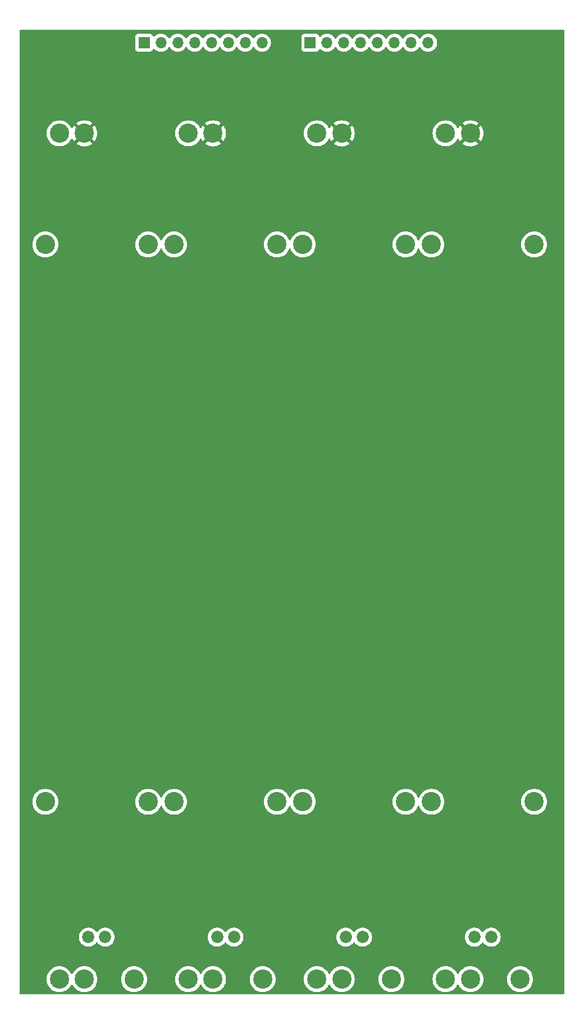
<source format=gbr>
%TF.GenerationSoftware,KiCad,Pcbnew,8.0.4*%
%TF.CreationDate,2024-11-13T09:33:08-05:00*%
%TF.ProjectId,dpx_faded,6470785f-6661-4646-9564-2e6b69636164,rev?*%
%TF.SameCoordinates,Original*%
%TF.FileFunction,Copper,L2,Inr*%
%TF.FilePolarity,Positive*%
%FSLAX46Y46*%
G04 Gerber Fmt 4.6, Leading zero omitted, Abs format (unit mm)*
G04 Created by KiCad (PCBNEW 8.0.4) date 2024-11-13 09:33:08*
%MOMM*%
%LPD*%
G01*
G04 APERTURE LIST*
%TA.AperFunction,ComponentPad*%
%ADD10R,1.700000X1.700000*%
%TD*%
%TA.AperFunction,ComponentPad*%
%ADD11O,1.700000X1.700000*%
%TD*%
%TA.AperFunction,ComponentPad*%
%ADD12C,2.900000*%
%TD*%
%TA.AperFunction,ComponentPad*%
%ADD13C,1.850000*%
%TD*%
G04 APERTURE END LIST*
D10*
%TO.N,/M1_A*%
%TO.C,J2*%
X61195000Y-32000000D03*
D11*
%TO.N,/M1_B*%
X63735000Y-32000000D03*
%TO.N,/M2_A*%
X66275000Y-32000000D03*
%TO.N,/M2_B*%
X68815000Y-32000000D03*
%TO.N,/M3_A*%
X71355000Y-32000000D03*
%TO.N,/M3_B*%
X73895000Y-32000000D03*
%TO.N,/M4_A*%
X76435000Y-32000000D03*
%TO.N,/M4_B*%
X78975000Y-32000000D03*
%TD*%
D12*
%TO.N,GND*%
%TO.C,U2*%
X67845000Y-173180000D03*
%TO.N,/P2*%
X67845000Y-45680000D03*
%TO.N,VCC*%
X71595000Y-45680000D03*
%TO.N,GND*%
X71595000Y-173180000D03*
D13*
%TO.N,/M2_A*%
X72200000Y-166830000D03*
%TO.N,/M2_B*%
X74740000Y-166830000D03*
D12*
%TO.N,unconnected-(U2D-MNT-Pad7)*%
X65720000Y-146430000D03*
X81220000Y-146430000D03*
X65720000Y-62430000D03*
X81220000Y-62430000D03*
%TO.N,/T2*%
X79095000Y-173180000D03*
%TD*%
%TO.N,GND*%
%TO.C,U4*%
X106645000Y-173180000D03*
%TO.N,/P4*%
X106645000Y-45680000D03*
%TO.N,VCC*%
X110395000Y-45680000D03*
%TO.N,GND*%
X110395000Y-173180000D03*
D13*
%TO.N,/M4_A*%
X111000000Y-166830000D03*
%TO.N,/M4_B*%
X113540000Y-166830000D03*
D12*
%TO.N,unconnected-(U4D-MNT-Pad7)*%
X104520000Y-146430000D03*
X120020000Y-146430000D03*
X104520000Y-62430000D03*
X120020000Y-62430000D03*
%TO.N,/T4*%
X117895000Y-173180000D03*
%TD*%
%TO.N,GND*%
%TO.C,U3*%
X87245000Y-173180000D03*
%TO.N,/P3*%
X87245000Y-45680000D03*
%TO.N,VCC*%
X90995000Y-45680000D03*
%TO.N,GND*%
X90995000Y-173180000D03*
D13*
%TO.N,/M3_A*%
X91600000Y-166830000D03*
%TO.N,/M3_B*%
X94140000Y-166830000D03*
D12*
%TO.N,unconnected-(U3D-MNT-Pad7)*%
X85120000Y-146430000D03*
X100620000Y-146430000D03*
X85120000Y-62430000D03*
X100620000Y-62430000D03*
%TO.N,/T3*%
X98495000Y-173180000D03*
%TD*%
%TO.N,GND*%
%TO.C,U1*%
X48445000Y-173180000D03*
%TO.N,/P1*%
X48445000Y-45680000D03*
%TO.N,VCC*%
X52195000Y-45680000D03*
%TO.N,GND*%
X52195000Y-173180000D03*
D13*
%TO.N,/M1_A*%
X52800000Y-166830000D03*
%TO.N,/M1_B*%
X55340000Y-166830000D03*
D12*
%TO.N,unconnected-(U1D-MNT-Pad7)*%
X46320000Y-146430000D03*
X61820000Y-146430000D03*
X46320000Y-62430000D03*
X61820000Y-62430000D03*
%TO.N,/T1*%
X59695000Y-173180000D03*
%TD*%
D10*
%TO.N,/P1*%
%TO.C,J1*%
X86250000Y-32030000D03*
D11*
%TO.N,/T1*%
X88790000Y-32030000D03*
%TO.N,/P2*%
X91330000Y-32030000D03*
%TO.N,/T2*%
X93870000Y-32030000D03*
%TO.N,/P3*%
X96410000Y-32030000D03*
%TO.N,/T3*%
X98950000Y-32030000D03*
%TO.N,/P4*%
X101490000Y-32030000D03*
%TO.N,/T4*%
X104030000Y-32030000D03*
%TD*%
%TA.AperFunction,Conductor*%
%TO.N,VCC*%
G36*
X124512539Y-30110185D02*
G01*
X124558294Y-30162989D01*
X124569500Y-30214500D01*
X124569500Y-175275500D01*
X124549815Y-175342539D01*
X124497011Y-175388294D01*
X124445500Y-175399500D01*
X42544500Y-175399500D01*
X42477461Y-175379815D01*
X42431706Y-175327011D01*
X42420500Y-175275500D01*
X42420500Y-173179998D01*
X46489518Y-173179998D01*
X46489518Y-173180001D01*
X46509422Y-173458299D01*
X46568727Y-173730916D01*
X46568729Y-173730923D01*
X46570000Y-173734330D01*
X46666231Y-173992338D01*
X46666233Y-173992342D01*
X46799940Y-174237207D01*
X46799945Y-174237215D01*
X46967138Y-174460560D01*
X46967154Y-174460578D01*
X47164421Y-174657845D01*
X47164439Y-174657861D01*
X47387784Y-174825054D01*
X47387792Y-174825059D01*
X47632657Y-174958766D01*
X47632661Y-174958768D01*
X47632663Y-174958769D01*
X47894077Y-175056271D01*
X48030391Y-175085924D01*
X48166700Y-175115577D01*
X48166702Y-175115577D01*
X48166706Y-175115578D01*
X48414014Y-175133265D01*
X48444999Y-175135482D01*
X48445000Y-175135482D01*
X48445001Y-175135482D01*
X48472881Y-175133487D01*
X48723294Y-175115578D01*
X48995923Y-175056271D01*
X49257337Y-174958769D01*
X49502213Y-174825056D01*
X49725568Y-174657855D01*
X49922855Y-174460568D01*
X50090056Y-174237213D01*
X50211168Y-174015414D01*
X50260573Y-173966009D01*
X50328846Y-173951157D01*
X50394310Y-173975574D01*
X50428832Y-174015414D01*
X50549940Y-174237207D01*
X50549945Y-174237215D01*
X50717138Y-174460560D01*
X50717154Y-174460578D01*
X50914421Y-174657845D01*
X50914439Y-174657861D01*
X51137784Y-174825054D01*
X51137792Y-174825059D01*
X51382657Y-174958766D01*
X51382661Y-174958768D01*
X51382663Y-174958769D01*
X51644077Y-175056271D01*
X51780391Y-175085924D01*
X51916700Y-175115577D01*
X51916702Y-175115577D01*
X51916706Y-175115578D01*
X52164014Y-175133265D01*
X52194999Y-175135482D01*
X52195000Y-175135482D01*
X52195001Y-175135482D01*
X52222881Y-175133487D01*
X52473294Y-175115578D01*
X52745923Y-175056271D01*
X53007337Y-174958769D01*
X53252213Y-174825056D01*
X53475568Y-174657855D01*
X53672855Y-174460568D01*
X53840056Y-174237213D01*
X53973769Y-173992337D01*
X54071271Y-173730923D01*
X54130578Y-173458294D01*
X54150482Y-173180000D01*
X54150482Y-173179998D01*
X57739518Y-173179998D01*
X57739518Y-173180001D01*
X57759422Y-173458299D01*
X57818727Y-173730916D01*
X57818729Y-173730923D01*
X57820000Y-173734330D01*
X57916231Y-173992338D01*
X57916233Y-173992342D01*
X58049940Y-174237207D01*
X58049945Y-174237215D01*
X58217138Y-174460560D01*
X58217154Y-174460578D01*
X58414421Y-174657845D01*
X58414439Y-174657861D01*
X58637784Y-174825054D01*
X58637792Y-174825059D01*
X58882657Y-174958766D01*
X58882661Y-174958768D01*
X58882663Y-174958769D01*
X59144077Y-175056271D01*
X59280391Y-175085924D01*
X59416700Y-175115577D01*
X59416702Y-175115577D01*
X59416706Y-175115578D01*
X59664014Y-175133265D01*
X59694999Y-175135482D01*
X59695000Y-175135482D01*
X59695001Y-175135482D01*
X59722881Y-175133487D01*
X59973294Y-175115578D01*
X60245923Y-175056271D01*
X60507337Y-174958769D01*
X60752213Y-174825056D01*
X60975568Y-174657855D01*
X61172855Y-174460568D01*
X61340056Y-174237213D01*
X61473769Y-173992337D01*
X61571271Y-173730923D01*
X61630578Y-173458294D01*
X61650482Y-173180000D01*
X61650482Y-173179998D01*
X65889518Y-173179998D01*
X65889518Y-173180001D01*
X65909422Y-173458299D01*
X65968727Y-173730916D01*
X65968729Y-173730923D01*
X65970000Y-173734330D01*
X66066231Y-173992338D01*
X66066233Y-173992342D01*
X66199940Y-174237207D01*
X66199945Y-174237215D01*
X66367138Y-174460560D01*
X66367154Y-174460578D01*
X66564421Y-174657845D01*
X66564439Y-174657861D01*
X66787784Y-174825054D01*
X66787792Y-174825059D01*
X67032657Y-174958766D01*
X67032661Y-174958768D01*
X67032663Y-174958769D01*
X67294077Y-175056271D01*
X67430391Y-175085924D01*
X67566700Y-175115577D01*
X67566702Y-175115577D01*
X67566706Y-175115578D01*
X67814014Y-175133265D01*
X67844999Y-175135482D01*
X67845000Y-175135482D01*
X67845001Y-175135482D01*
X67872881Y-175133487D01*
X68123294Y-175115578D01*
X68395923Y-175056271D01*
X68657337Y-174958769D01*
X68902213Y-174825056D01*
X69125568Y-174657855D01*
X69322855Y-174460568D01*
X69490056Y-174237213D01*
X69611168Y-174015414D01*
X69660573Y-173966009D01*
X69728846Y-173951157D01*
X69794310Y-173975574D01*
X69828832Y-174015414D01*
X69949940Y-174237207D01*
X69949945Y-174237215D01*
X70117138Y-174460560D01*
X70117154Y-174460578D01*
X70314421Y-174657845D01*
X70314439Y-174657861D01*
X70537784Y-174825054D01*
X70537792Y-174825059D01*
X70782657Y-174958766D01*
X70782661Y-174958768D01*
X70782663Y-174958769D01*
X71044077Y-175056271D01*
X71180391Y-175085924D01*
X71316700Y-175115577D01*
X71316702Y-175115577D01*
X71316706Y-175115578D01*
X71564014Y-175133265D01*
X71594999Y-175135482D01*
X71595000Y-175135482D01*
X71595001Y-175135482D01*
X71622881Y-175133487D01*
X71873294Y-175115578D01*
X72145923Y-175056271D01*
X72407337Y-174958769D01*
X72652213Y-174825056D01*
X72875568Y-174657855D01*
X73072855Y-174460568D01*
X73240056Y-174237213D01*
X73373769Y-173992337D01*
X73471271Y-173730923D01*
X73530578Y-173458294D01*
X73550482Y-173180000D01*
X73550482Y-173179998D01*
X77139518Y-173179998D01*
X77139518Y-173180001D01*
X77159422Y-173458299D01*
X77218727Y-173730916D01*
X77218729Y-173730923D01*
X77220000Y-173734330D01*
X77316231Y-173992338D01*
X77316233Y-173992342D01*
X77449940Y-174237207D01*
X77449945Y-174237215D01*
X77617138Y-174460560D01*
X77617154Y-174460578D01*
X77814421Y-174657845D01*
X77814439Y-174657861D01*
X78037784Y-174825054D01*
X78037792Y-174825059D01*
X78282657Y-174958766D01*
X78282661Y-174958768D01*
X78282663Y-174958769D01*
X78544077Y-175056271D01*
X78680391Y-175085924D01*
X78816700Y-175115577D01*
X78816702Y-175115577D01*
X78816706Y-175115578D01*
X79064014Y-175133265D01*
X79094999Y-175135482D01*
X79095000Y-175135482D01*
X79095001Y-175135482D01*
X79122881Y-175133487D01*
X79373294Y-175115578D01*
X79645923Y-175056271D01*
X79907337Y-174958769D01*
X80152213Y-174825056D01*
X80375568Y-174657855D01*
X80572855Y-174460568D01*
X80740056Y-174237213D01*
X80873769Y-173992337D01*
X80971271Y-173730923D01*
X81030578Y-173458294D01*
X81050482Y-173180000D01*
X81050482Y-173179998D01*
X85289518Y-173179998D01*
X85289518Y-173180001D01*
X85309422Y-173458299D01*
X85368727Y-173730916D01*
X85368729Y-173730923D01*
X85370000Y-173734330D01*
X85466231Y-173992338D01*
X85466233Y-173992342D01*
X85599940Y-174237207D01*
X85599945Y-174237215D01*
X85767138Y-174460560D01*
X85767154Y-174460578D01*
X85964421Y-174657845D01*
X85964439Y-174657861D01*
X86187784Y-174825054D01*
X86187792Y-174825059D01*
X86432657Y-174958766D01*
X86432661Y-174958768D01*
X86432663Y-174958769D01*
X86694077Y-175056271D01*
X86830391Y-175085924D01*
X86966700Y-175115577D01*
X86966702Y-175115577D01*
X86966706Y-175115578D01*
X87214014Y-175133265D01*
X87244999Y-175135482D01*
X87245000Y-175135482D01*
X87245001Y-175135482D01*
X87272881Y-175133487D01*
X87523294Y-175115578D01*
X87795923Y-175056271D01*
X88057337Y-174958769D01*
X88302213Y-174825056D01*
X88525568Y-174657855D01*
X88722855Y-174460568D01*
X88890056Y-174237213D01*
X89011168Y-174015414D01*
X89060573Y-173966009D01*
X89128846Y-173951157D01*
X89194310Y-173975574D01*
X89228832Y-174015414D01*
X89349940Y-174237207D01*
X89349945Y-174237215D01*
X89517138Y-174460560D01*
X89517154Y-174460578D01*
X89714421Y-174657845D01*
X89714439Y-174657861D01*
X89937784Y-174825054D01*
X89937792Y-174825059D01*
X90182657Y-174958766D01*
X90182661Y-174958768D01*
X90182663Y-174958769D01*
X90444077Y-175056271D01*
X90580391Y-175085924D01*
X90716700Y-175115577D01*
X90716702Y-175115577D01*
X90716706Y-175115578D01*
X90964014Y-175133265D01*
X90994999Y-175135482D01*
X90995000Y-175135482D01*
X90995001Y-175135482D01*
X91022881Y-175133487D01*
X91273294Y-175115578D01*
X91545923Y-175056271D01*
X91807337Y-174958769D01*
X92052213Y-174825056D01*
X92275568Y-174657855D01*
X92472855Y-174460568D01*
X92640056Y-174237213D01*
X92773769Y-173992337D01*
X92871271Y-173730923D01*
X92930578Y-173458294D01*
X92950482Y-173180000D01*
X92950482Y-173179998D01*
X96539518Y-173179998D01*
X96539518Y-173180001D01*
X96559422Y-173458299D01*
X96618727Y-173730916D01*
X96618729Y-173730923D01*
X96620000Y-173734330D01*
X96716231Y-173992338D01*
X96716233Y-173992342D01*
X96849940Y-174237207D01*
X96849945Y-174237215D01*
X97017138Y-174460560D01*
X97017154Y-174460578D01*
X97214421Y-174657845D01*
X97214439Y-174657861D01*
X97437784Y-174825054D01*
X97437792Y-174825059D01*
X97682657Y-174958766D01*
X97682661Y-174958768D01*
X97682663Y-174958769D01*
X97944077Y-175056271D01*
X98080391Y-175085924D01*
X98216700Y-175115577D01*
X98216702Y-175115577D01*
X98216706Y-175115578D01*
X98464014Y-175133265D01*
X98494999Y-175135482D01*
X98495000Y-175135482D01*
X98495001Y-175135482D01*
X98522881Y-175133487D01*
X98773294Y-175115578D01*
X99045923Y-175056271D01*
X99307337Y-174958769D01*
X99552213Y-174825056D01*
X99775568Y-174657855D01*
X99972855Y-174460568D01*
X100140056Y-174237213D01*
X100273769Y-173992337D01*
X100371271Y-173730923D01*
X100430578Y-173458294D01*
X100450482Y-173180000D01*
X100450482Y-173179998D01*
X104689518Y-173179998D01*
X104689518Y-173180001D01*
X104709422Y-173458299D01*
X104768727Y-173730916D01*
X104768729Y-173730923D01*
X104770000Y-173734330D01*
X104866231Y-173992338D01*
X104866233Y-173992342D01*
X104999940Y-174237207D01*
X104999945Y-174237215D01*
X105167138Y-174460560D01*
X105167154Y-174460578D01*
X105364421Y-174657845D01*
X105364439Y-174657861D01*
X105587784Y-174825054D01*
X105587792Y-174825059D01*
X105832657Y-174958766D01*
X105832661Y-174958768D01*
X105832663Y-174958769D01*
X106094077Y-175056271D01*
X106230391Y-175085924D01*
X106366700Y-175115577D01*
X106366702Y-175115577D01*
X106366706Y-175115578D01*
X106614014Y-175133265D01*
X106644999Y-175135482D01*
X106645000Y-175135482D01*
X106645001Y-175135482D01*
X106672881Y-175133487D01*
X106923294Y-175115578D01*
X107195923Y-175056271D01*
X107457337Y-174958769D01*
X107702213Y-174825056D01*
X107925568Y-174657855D01*
X108122855Y-174460568D01*
X108290056Y-174237213D01*
X108411168Y-174015414D01*
X108460573Y-173966009D01*
X108528846Y-173951157D01*
X108594310Y-173975574D01*
X108628832Y-174015414D01*
X108749940Y-174237207D01*
X108749945Y-174237215D01*
X108917138Y-174460560D01*
X108917154Y-174460578D01*
X109114421Y-174657845D01*
X109114439Y-174657861D01*
X109337784Y-174825054D01*
X109337792Y-174825059D01*
X109582657Y-174958766D01*
X109582661Y-174958768D01*
X109582663Y-174958769D01*
X109844077Y-175056271D01*
X109980391Y-175085924D01*
X110116700Y-175115577D01*
X110116702Y-175115577D01*
X110116706Y-175115578D01*
X110364014Y-175133265D01*
X110394999Y-175135482D01*
X110395000Y-175135482D01*
X110395001Y-175135482D01*
X110422881Y-175133487D01*
X110673294Y-175115578D01*
X110945923Y-175056271D01*
X111207337Y-174958769D01*
X111452213Y-174825056D01*
X111675568Y-174657855D01*
X111872855Y-174460568D01*
X112040056Y-174237213D01*
X112173769Y-173992337D01*
X112271271Y-173730923D01*
X112330578Y-173458294D01*
X112350482Y-173180000D01*
X112350482Y-173179998D01*
X115939518Y-173179998D01*
X115939518Y-173180001D01*
X115959422Y-173458299D01*
X116018727Y-173730916D01*
X116018729Y-173730923D01*
X116020000Y-173734330D01*
X116116231Y-173992338D01*
X116116233Y-173992342D01*
X116249940Y-174237207D01*
X116249945Y-174237215D01*
X116417138Y-174460560D01*
X116417154Y-174460578D01*
X116614421Y-174657845D01*
X116614439Y-174657861D01*
X116837784Y-174825054D01*
X116837792Y-174825059D01*
X117082657Y-174958766D01*
X117082661Y-174958768D01*
X117082663Y-174958769D01*
X117344077Y-175056271D01*
X117480391Y-175085924D01*
X117616700Y-175115577D01*
X117616702Y-175115577D01*
X117616706Y-175115578D01*
X117864014Y-175133265D01*
X117894999Y-175135482D01*
X117895000Y-175135482D01*
X117895001Y-175135482D01*
X117922881Y-175133487D01*
X118173294Y-175115578D01*
X118445923Y-175056271D01*
X118707337Y-174958769D01*
X118952213Y-174825056D01*
X119175568Y-174657855D01*
X119372855Y-174460568D01*
X119540056Y-174237213D01*
X119673769Y-173992337D01*
X119771271Y-173730923D01*
X119830578Y-173458294D01*
X119850482Y-173180000D01*
X119830578Y-172901706D01*
X119771271Y-172629077D01*
X119673769Y-172367663D01*
X119661167Y-172344585D01*
X119540059Y-172122792D01*
X119540054Y-172122784D01*
X119372861Y-171899439D01*
X119372845Y-171899421D01*
X119175578Y-171702154D01*
X119175560Y-171702138D01*
X118952215Y-171534945D01*
X118952207Y-171534940D01*
X118707342Y-171401233D01*
X118707338Y-171401231D01*
X118608230Y-171364266D01*
X118445923Y-171303729D01*
X118445919Y-171303728D01*
X118445916Y-171303727D01*
X118173299Y-171244422D01*
X117895001Y-171224518D01*
X117894999Y-171224518D01*
X117616700Y-171244422D01*
X117344083Y-171303727D01*
X117344078Y-171303728D01*
X117344077Y-171303729D01*
X117280875Y-171327301D01*
X117082661Y-171401231D01*
X117082657Y-171401233D01*
X116837792Y-171534940D01*
X116837784Y-171534945D01*
X116614439Y-171702138D01*
X116614421Y-171702154D01*
X116417154Y-171899421D01*
X116417138Y-171899439D01*
X116249945Y-172122784D01*
X116249940Y-172122792D01*
X116116233Y-172367657D01*
X116116231Y-172367661D01*
X116018727Y-172629083D01*
X115959422Y-172901700D01*
X115939518Y-173179998D01*
X112350482Y-173179998D01*
X112330578Y-172901706D01*
X112271271Y-172629077D01*
X112173769Y-172367663D01*
X112161167Y-172344585D01*
X112040059Y-172122792D01*
X112040054Y-172122784D01*
X111872861Y-171899439D01*
X111872845Y-171899421D01*
X111675578Y-171702154D01*
X111675560Y-171702138D01*
X111452215Y-171534945D01*
X111452207Y-171534940D01*
X111207342Y-171401233D01*
X111207338Y-171401231D01*
X111108230Y-171364266D01*
X110945923Y-171303729D01*
X110945919Y-171303728D01*
X110945916Y-171303727D01*
X110673299Y-171244422D01*
X110395001Y-171224518D01*
X110394999Y-171224518D01*
X110116700Y-171244422D01*
X109844083Y-171303727D01*
X109844078Y-171303728D01*
X109844077Y-171303729D01*
X109780875Y-171327301D01*
X109582661Y-171401231D01*
X109582657Y-171401233D01*
X109337792Y-171534940D01*
X109337784Y-171534945D01*
X109114439Y-171702138D01*
X109114421Y-171702154D01*
X108917154Y-171899421D01*
X108917138Y-171899439D01*
X108749945Y-172122784D01*
X108749940Y-172122792D01*
X108628832Y-172344585D01*
X108579427Y-172393990D01*
X108511154Y-172408842D01*
X108445689Y-172384425D01*
X108411168Y-172344585D01*
X108290059Y-172122792D01*
X108290054Y-172122784D01*
X108122861Y-171899439D01*
X108122845Y-171899421D01*
X107925578Y-171702154D01*
X107925560Y-171702138D01*
X107702215Y-171534945D01*
X107702207Y-171534940D01*
X107457342Y-171401233D01*
X107457338Y-171401231D01*
X107358230Y-171364266D01*
X107195923Y-171303729D01*
X107195919Y-171303728D01*
X107195916Y-171303727D01*
X106923299Y-171244422D01*
X106645001Y-171224518D01*
X106644999Y-171224518D01*
X106366700Y-171244422D01*
X106094083Y-171303727D01*
X106094078Y-171303728D01*
X106094077Y-171303729D01*
X106030875Y-171327301D01*
X105832661Y-171401231D01*
X105832657Y-171401233D01*
X105587792Y-171534940D01*
X105587784Y-171534945D01*
X105364439Y-171702138D01*
X105364421Y-171702154D01*
X105167154Y-171899421D01*
X105167138Y-171899439D01*
X104999945Y-172122784D01*
X104999940Y-172122792D01*
X104866233Y-172367657D01*
X104866231Y-172367661D01*
X104768727Y-172629083D01*
X104709422Y-172901700D01*
X104689518Y-173179998D01*
X100450482Y-173179998D01*
X100430578Y-172901706D01*
X100371271Y-172629077D01*
X100273769Y-172367663D01*
X100261167Y-172344585D01*
X100140059Y-172122792D01*
X100140054Y-172122784D01*
X99972861Y-171899439D01*
X99972845Y-171899421D01*
X99775578Y-171702154D01*
X99775560Y-171702138D01*
X99552215Y-171534945D01*
X99552207Y-171534940D01*
X99307342Y-171401233D01*
X99307338Y-171401231D01*
X99208230Y-171364266D01*
X99045923Y-171303729D01*
X99045919Y-171303728D01*
X99045916Y-171303727D01*
X98773299Y-171244422D01*
X98495001Y-171224518D01*
X98494999Y-171224518D01*
X98216700Y-171244422D01*
X97944083Y-171303727D01*
X97944078Y-171303728D01*
X97944077Y-171303729D01*
X97880875Y-171327301D01*
X97682661Y-171401231D01*
X97682657Y-171401233D01*
X97437792Y-171534940D01*
X97437784Y-171534945D01*
X97214439Y-171702138D01*
X97214421Y-171702154D01*
X97017154Y-171899421D01*
X97017138Y-171899439D01*
X96849945Y-172122784D01*
X96849940Y-172122792D01*
X96716233Y-172367657D01*
X96716231Y-172367661D01*
X96618727Y-172629083D01*
X96559422Y-172901700D01*
X96539518Y-173179998D01*
X92950482Y-173179998D01*
X92930578Y-172901706D01*
X92871271Y-172629077D01*
X92773769Y-172367663D01*
X92761167Y-172344585D01*
X92640059Y-172122792D01*
X92640054Y-172122784D01*
X92472861Y-171899439D01*
X92472845Y-171899421D01*
X92275578Y-171702154D01*
X92275560Y-171702138D01*
X92052215Y-171534945D01*
X92052207Y-171534940D01*
X91807342Y-171401233D01*
X91807338Y-171401231D01*
X91708230Y-171364266D01*
X91545923Y-171303729D01*
X91545919Y-171303728D01*
X91545916Y-171303727D01*
X91273299Y-171244422D01*
X90995001Y-171224518D01*
X90994999Y-171224518D01*
X90716700Y-171244422D01*
X90444083Y-171303727D01*
X90444078Y-171303728D01*
X90444077Y-171303729D01*
X90380875Y-171327301D01*
X90182661Y-171401231D01*
X90182657Y-171401233D01*
X89937792Y-171534940D01*
X89937784Y-171534945D01*
X89714439Y-171702138D01*
X89714421Y-171702154D01*
X89517154Y-171899421D01*
X89517138Y-171899439D01*
X89349945Y-172122784D01*
X89349940Y-172122792D01*
X89228832Y-172344585D01*
X89179427Y-172393990D01*
X89111154Y-172408842D01*
X89045689Y-172384425D01*
X89011168Y-172344585D01*
X88890059Y-172122792D01*
X88890054Y-172122784D01*
X88722861Y-171899439D01*
X88722845Y-171899421D01*
X88525578Y-171702154D01*
X88525560Y-171702138D01*
X88302215Y-171534945D01*
X88302207Y-171534940D01*
X88057342Y-171401233D01*
X88057338Y-171401231D01*
X87958230Y-171364266D01*
X87795923Y-171303729D01*
X87795919Y-171303728D01*
X87795916Y-171303727D01*
X87523299Y-171244422D01*
X87245001Y-171224518D01*
X87244999Y-171224518D01*
X86966700Y-171244422D01*
X86694083Y-171303727D01*
X86694078Y-171303728D01*
X86694077Y-171303729D01*
X86630875Y-171327301D01*
X86432661Y-171401231D01*
X86432657Y-171401233D01*
X86187792Y-171534940D01*
X86187784Y-171534945D01*
X85964439Y-171702138D01*
X85964421Y-171702154D01*
X85767154Y-171899421D01*
X85767138Y-171899439D01*
X85599945Y-172122784D01*
X85599940Y-172122792D01*
X85466233Y-172367657D01*
X85466231Y-172367661D01*
X85368727Y-172629083D01*
X85309422Y-172901700D01*
X85289518Y-173179998D01*
X81050482Y-173179998D01*
X81030578Y-172901706D01*
X80971271Y-172629077D01*
X80873769Y-172367663D01*
X80861167Y-172344585D01*
X80740059Y-172122792D01*
X80740054Y-172122784D01*
X80572861Y-171899439D01*
X80572845Y-171899421D01*
X80375578Y-171702154D01*
X80375560Y-171702138D01*
X80152215Y-171534945D01*
X80152207Y-171534940D01*
X79907342Y-171401233D01*
X79907338Y-171401231D01*
X79808230Y-171364266D01*
X79645923Y-171303729D01*
X79645919Y-171303728D01*
X79645916Y-171303727D01*
X79373299Y-171244422D01*
X79095001Y-171224518D01*
X79094999Y-171224518D01*
X78816700Y-171244422D01*
X78544083Y-171303727D01*
X78544078Y-171303728D01*
X78544077Y-171303729D01*
X78480875Y-171327301D01*
X78282661Y-171401231D01*
X78282657Y-171401233D01*
X78037792Y-171534940D01*
X78037784Y-171534945D01*
X77814439Y-171702138D01*
X77814421Y-171702154D01*
X77617154Y-171899421D01*
X77617138Y-171899439D01*
X77449945Y-172122784D01*
X77449940Y-172122792D01*
X77316233Y-172367657D01*
X77316231Y-172367661D01*
X77218727Y-172629083D01*
X77159422Y-172901700D01*
X77139518Y-173179998D01*
X73550482Y-173179998D01*
X73530578Y-172901706D01*
X73471271Y-172629077D01*
X73373769Y-172367663D01*
X73361167Y-172344585D01*
X73240059Y-172122792D01*
X73240054Y-172122784D01*
X73072861Y-171899439D01*
X73072845Y-171899421D01*
X72875578Y-171702154D01*
X72875560Y-171702138D01*
X72652215Y-171534945D01*
X72652207Y-171534940D01*
X72407342Y-171401233D01*
X72407338Y-171401231D01*
X72308230Y-171364266D01*
X72145923Y-171303729D01*
X72145919Y-171303728D01*
X72145916Y-171303727D01*
X71873299Y-171244422D01*
X71595001Y-171224518D01*
X71594999Y-171224518D01*
X71316700Y-171244422D01*
X71044083Y-171303727D01*
X71044078Y-171303728D01*
X71044077Y-171303729D01*
X70980875Y-171327301D01*
X70782661Y-171401231D01*
X70782657Y-171401233D01*
X70537792Y-171534940D01*
X70537784Y-171534945D01*
X70314439Y-171702138D01*
X70314421Y-171702154D01*
X70117154Y-171899421D01*
X70117138Y-171899439D01*
X69949945Y-172122784D01*
X69949940Y-172122792D01*
X69828832Y-172344585D01*
X69779427Y-172393990D01*
X69711154Y-172408842D01*
X69645689Y-172384425D01*
X69611168Y-172344585D01*
X69490059Y-172122792D01*
X69490054Y-172122784D01*
X69322861Y-171899439D01*
X69322845Y-171899421D01*
X69125578Y-171702154D01*
X69125560Y-171702138D01*
X68902215Y-171534945D01*
X68902207Y-171534940D01*
X68657342Y-171401233D01*
X68657338Y-171401231D01*
X68558230Y-171364266D01*
X68395923Y-171303729D01*
X68395919Y-171303728D01*
X68395916Y-171303727D01*
X68123299Y-171244422D01*
X67845001Y-171224518D01*
X67844999Y-171224518D01*
X67566700Y-171244422D01*
X67294083Y-171303727D01*
X67294078Y-171303728D01*
X67294077Y-171303729D01*
X67230875Y-171327301D01*
X67032661Y-171401231D01*
X67032657Y-171401233D01*
X66787792Y-171534940D01*
X66787784Y-171534945D01*
X66564439Y-171702138D01*
X66564421Y-171702154D01*
X66367154Y-171899421D01*
X66367138Y-171899439D01*
X66199945Y-172122784D01*
X66199940Y-172122792D01*
X66066233Y-172367657D01*
X66066231Y-172367661D01*
X65968727Y-172629083D01*
X65909422Y-172901700D01*
X65889518Y-173179998D01*
X61650482Y-173179998D01*
X61630578Y-172901706D01*
X61571271Y-172629077D01*
X61473769Y-172367663D01*
X61461167Y-172344585D01*
X61340059Y-172122792D01*
X61340054Y-172122784D01*
X61172861Y-171899439D01*
X61172845Y-171899421D01*
X60975578Y-171702154D01*
X60975560Y-171702138D01*
X60752215Y-171534945D01*
X60752207Y-171534940D01*
X60507342Y-171401233D01*
X60507338Y-171401231D01*
X60408230Y-171364266D01*
X60245923Y-171303729D01*
X60245919Y-171303728D01*
X60245916Y-171303727D01*
X59973299Y-171244422D01*
X59695001Y-171224518D01*
X59694999Y-171224518D01*
X59416700Y-171244422D01*
X59144083Y-171303727D01*
X59144078Y-171303728D01*
X59144077Y-171303729D01*
X59080875Y-171327301D01*
X58882661Y-171401231D01*
X58882657Y-171401233D01*
X58637792Y-171534940D01*
X58637784Y-171534945D01*
X58414439Y-171702138D01*
X58414421Y-171702154D01*
X58217154Y-171899421D01*
X58217138Y-171899439D01*
X58049945Y-172122784D01*
X58049940Y-172122792D01*
X57916233Y-172367657D01*
X57916231Y-172367661D01*
X57818727Y-172629083D01*
X57759422Y-172901700D01*
X57739518Y-173179998D01*
X54150482Y-173179998D01*
X54130578Y-172901706D01*
X54071271Y-172629077D01*
X53973769Y-172367663D01*
X53961167Y-172344585D01*
X53840059Y-172122792D01*
X53840054Y-172122784D01*
X53672861Y-171899439D01*
X53672845Y-171899421D01*
X53475578Y-171702154D01*
X53475560Y-171702138D01*
X53252215Y-171534945D01*
X53252207Y-171534940D01*
X53007342Y-171401233D01*
X53007338Y-171401231D01*
X52908230Y-171364266D01*
X52745923Y-171303729D01*
X52745919Y-171303728D01*
X52745916Y-171303727D01*
X52473299Y-171244422D01*
X52195001Y-171224518D01*
X52194999Y-171224518D01*
X51916700Y-171244422D01*
X51644083Y-171303727D01*
X51644078Y-171303728D01*
X51644077Y-171303729D01*
X51580875Y-171327301D01*
X51382661Y-171401231D01*
X51382657Y-171401233D01*
X51137792Y-171534940D01*
X51137784Y-171534945D01*
X50914439Y-171702138D01*
X50914421Y-171702154D01*
X50717154Y-171899421D01*
X50717138Y-171899439D01*
X50549945Y-172122784D01*
X50549940Y-172122792D01*
X50428832Y-172344585D01*
X50379427Y-172393990D01*
X50311154Y-172408842D01*
X50245689Y-172384425D01*
X50211168Y-172344585D01*
X50090059Y-172122792D01*
X50090054Y-172122784D01*
X49922861Y-171899439D01*
X49922845Y-171899421D01*
X49725578Y-171702154D01*
X49725560Y-171702138D01*
X49502215Y-171534945D01*
X49502207Y-171534940D01*
X49257342Y-171401233D01*
X49257338Y-171401231D01*
X49158230Y-171364266D01*
X48995923Y-171303729D01*
X48995919Y-171303728D01*
X48995916Y-171303727D01*
X48723299Y-171244422D01*
X48445001Y-171224518D01*
X48444999Y-171224518D01*
X48166700Y-171244422D01*
X47894083Y-171303727D01*
X47894078Y-171303728D01*
X47894077Y-171303729D01*
X47830875Y-171327301D01*
X47632661Y-171401231D01*
X47632657Y-171401233D01*
X47387792Y-171534940D01*
X47387784Y-171534945D01*
X47164439Y-171702138D01*
X47164421Y-171702154D01*
X46967154Y-171899421D01*
X46967138Y-171899439D01*
X46799945Y-172122784D01*
X46799940Y-172122792D01*
X46666233Y-172367657D01*
X46666231Y-172367661D01*
X46568727Y-172629083D01*
X46509422Y-172901700D01*
X46489518Y-173179998D01*
X42420500Y-173179998D01*
X42420500Y-166829994D01*
X51369615Y-166829994D01*
X51369615Y-166830005D01*
X51389123Y-167065430D01*
X51447117Y-167294445D01*
X51542013Y-167510787D01*
X51671225Y-167708562D01*
X51831223Y-167882364D01*
X51831227Y-167882368D01*
X52017654Y-168027470D01*
X52225421Y-168139908D01*
X52448861Y-168216616D01*
X52681880Y-168255500D01*
X52681881Y-168255500D01*
X52918119Y-168255500D01*
X52918120Y-168255500D01*
X53151139Y-168216616D01*
X53374579Y-168139908D01*
X53582346Y-168027470D01*
X53768773Y-167882368D01*
X53928775Y-167708561D01*
X53966191Y-167651290D01*
X54019337Y-167605934D01*
X54088568Y-167596510D01*
X54151904Y-167626011D01*
X54173809Y-167651291D01*
X54211225Y-167708562D01*
X54371223Y-167882364D01*
X54371227Y-167882368D01*
X54557654Y-168027470D01*
X54765421Y-168139908D01*
X54988861Y-168216616D01*
X55221880Y-168255500D01*
X55221881Y-168255500D01*
X55458119Y-168255500D01*
X55458120Y-168255500D01*
X55691139Y-168216616D01*
X55914579Y-168139908D01*
X56122346Y-168027470D01*
X56308773Y-167882368D01*
X56468775Y-167708561D01*
X56597986Y-167510788D01*
X56692883Y-167294445D01*
X56750876Y-167065434D01*
X56770385Y-166830000D01*
X56770385Y-166829994D01*
X70769615Y-166829994D01*
X70769615Y-166830005D01*
X70789123Y-167065430D01*
X70847117Y-167294445D01*
X70942013Y-167510787D01*
X71071225Y-167708562D01*
X71231223Y-167882364D01*
X71231227Y-167882368D01*
X71417654Y-168027470D01*
X71625421Y-168139908D01*
X71848861Y-168216616D01*
X72081880Y-168255500D01*
X72081881Y-168255500D01*
X72318119Y-168255500D01*
X72318120Y-168255500D01*
X72551139Y-168216616D01*
X72774579Y-168139908D01*
X72982346Y-168027470D01*
X73168773Y-167882368D01*
X73328775Y-167708561D01*
X73366191Y-167651290D01*
X73419337Y-167605934D01*
X73488568Y-167596510D01*
X73551904Y-167626011D01*
X73573809Y-167651291D01*
X73611225Y-167708562D01*
X73771223Y-167882364D01*
X73771227Y-167882368D01*
X73957654Y-168027470D01*
X74165421Y-168139908D01*
X74388861Y-168216616D01*
X74621880Y-168255500D01*
X74621881Y-168255500D01*
X74858119Y-168255500D01*
X74858120Y-168255500D01*
X75091139Y-168216616D01*
X75314579Y-168139908D01*
X75522346Y-168027470D01*
X75708773Y-167882368D01*
X75868775Y-167708561D01*
X75997986Y-167510788D01*
X76092883Y-167294445D01*
X76150876Y-167065434D01*
X76170385Y-166830000D01*
X76170385Y-166829994D01*
X90169615Y-166829994D01*
X90169615Y-166830005D01*
X90189123Y-167065430D01*
X90247117Y-167294445D01*
X90342013Y-167510787D01*
X90471225Y-167708562D01*
X90631223Y-167882364D01*
X90631227Y-167882368D01*
X90817654Y-168027470D01*
X91025421Y-168139908D01*
X91248861Y-168216616D01*
X91481880Y-168255500D01*
X91481881Y-168255500D01*
X91718119Y-168255500D01*
X91718120Y-168255500D01*
X91951139Y-168216616D01*
X92174579Y-168139908D01*
X92382346Y-168027470D01*
X92568773Y-167882368D01*
X92728775Y-167708561D01*
X92766191Y-167651290D01*
X92819337Y-167605934D01*
X92888568Y-167596510D01*
X92951904Y-167626011D01*
X92973809Y-167651291D01*
X93011225Y-167708562D01*
X93171223Y-167882364D01*
X93171227Y-167882368D01*
X93357654Y-168027470D01*
X93565421Y-168139908D01*
X93788861Y-168216616D01*
X94021880Y-168255500D01*
X94021881Y-168255500D01*
X94258119Y-168255500D01*
X94258120Y-168255500D01*
X94491139Y-168216616D01*
X94714579Y-168139908D01*
X94922346Y-168027470D01*
X95108773Y-167882368D01*
X95268775Y-167708561D01*
X95397986Y-167510788D01*
X95492883Y-167294445D01*
X95550876Y-167065434D01*
X95570385Y-166830000D01*
X95570385Y-166829994D01*
X109569615Y-166829994D01*
X109569615Y-166830005D01*
X109589123Y-167065430D01*
X109647117Y-167294445D01*
X109742013Y-167510787D01*
X109871225Y-167708562D01*
X110031223Y-167882364D01*
X110031227Y-167882368D01*
X110217654Y-168027470D01*
X110425421Y-168139908D01*
X110648861Y-168216616D01*
X110881880Y-168255500D01*
X110881881Y-168255500D01*
X111118119Y-168255500D01*
X111118120Y-168255500D01*
X111351139Y-168216616D01*
X111574579Y-168139908D01*
X111782346Y-168027470D01*
X111968773Y-167882368D01*
X112128775Y-167708561D01*
X112166191Y-167651290D01*
X112219337Y-167605934D01*
X112288568Y-167596510D01*
X112351904Y-167626011D01*
X112373809Y-167651291D01*
X112411225Y-167708562D01*
X112571223Y-167882364D01*
X112571227Y-167882368D01*
X112757654Y-168027470D01*
X112965421Y-168139908D01*
X113188861Y-168216616D01*
X113421880Y-168255500D01*
X113421881Y-168255500D01*
X113658119Y-168255500D01*
X113658120Y-168255500D01*
X113891139Y-168216616D01*
X114114579Y-168139908D01*
X114322346Y-168027470D01*
X114508773Y-167882368D01*
X114668775Y-167708561D01*
X114797986Y-167510788D01*
X114892883Y-167294445D01*
X114950876Y-167065434D01*
X114970385Y-166830000D01*
X114950876Y-166594566D01*
X114892883Y-166365555D01*
X114797986Y-166149212D01*
X114668775Y-165951439D01*
X114668774Y-165951437D01*
X114508776Y-165777635D01*
X114508775Y-165777634D01*
X114508773Y-165777632D01*
X114415559Y-165705081D01*
X114322348Y-165632531D01*
X114114580Y-165520092D01*
X114114571Y-165520089D01*
X113891141Y-165443384D01*
X113735793Y-165417461D01*
X113658120Y-165404500D01*
X113421880Y-165404500D01*
X113363625Y-165414221D01*
X113188858Y-165443384D01*
X112965428Y-165520089D01*
X112965419Y-165520092D01*
X112757651Y-165632531D01*
X112571228Y-165777631D01*
X112571223Y-165777635D01*
X112411225Y-165951437D01*
X112373809Y-166008708D01*
X112320662Y-166054065D01*
X112251431Y-166063489D01*
X112188095Y-166033987D01*
X112166191Y-166008708D01*
X112128774Y-165951437D01*
X111968776Y-165777635D01*
X111968775Y-165777634D01*
X111968773Y-165777632D01*
X111875559Y-165705081D01*
X111782348Y-165632531D01*
X111574580Y-165520092D01*
X111574571Y-165520089D01*
X111351141Y-165443384D01*
X111195793Y-165417461D01*
X111118120Y-165404500D01*
X110881880Y-165404500D01*
X110823625Y-165414221D01*
X110648858Y-165443384D01*
X110425428Y-165520089D01*
X110425419Y-165520092D01*
X110217651Y-165632531D01*
X110031228Y-165777631D01*
X110031223Y-165777635D01*
X109871225Y-165951437D01*
X109742013Y-166149212D01*
X109647117Y-166365554D01*
X109589123Y-166594569D01*
X109569615Y-166829994D01*
X95570385Y-166829994D01*
X95550876Y-166594566D01*
X95492883Y-166365555D01*
X95397986Y-166149212D01*
X95268775Y-165951439D01*
X95268774Y-165951437D01*
X95108776Y-165777635D01*
X95108775Y-165777634D01*
X95108773Y-165777632D01*
X95015559Y-165705081D01*
X94922348Y-165632531D01*
X94714580Y-165520092D01*
X94714571Y-165520089D01*
X94491141Y-165443384D01*
X94335793Y-165417461D01*
X94258120Y-165404500D01*
X94021880Y-165404500D01*
X93963625Y-165414221D01*
X93788858Y-165443384D01*
X93565428Y-165520089D01*
X93565419Y-165520092D01*
X93357651Y-165632531D01*
X93171228Y-165777631D01*
X93171223Y-165777635D01*
X93011225Y-165951437D01*
X92973809Y-166008708D01*
X92920662Y-166054065D01*
X92851431Y-166063489D01*
X92788095Y-166033987D01*
X92766191Y-166008708D01*
X92728774Y-165951437D01*
X92568776Y-165777635D01*
X92568775Y-165777634D01*
X92568773Y-165777632D01*
X92475559Y-165705081D01*
X92382348Y-165632531D01*
X92174580Y-165520092D01*
X92174571Y-165520089D01*
X91951141Y-165443384D01*
X91795793Y-165417461D01*
X91718120Y-165404500D01*
X91481880Y-165404500D01*
X91423625Y-165414221D01*
X91248858Y-165443384D01*
X91025428Y-165520089D01*
X91025419Y-165520092D01*
X90817651Y-165632531D01*
X90631228Y-165777631D01*
X90631223Y-165777635D01*
X90471225Y-165951437D01*
X90342013Y-166149212D01*
X90247117Y-166365554D01*
X90189123Y-166594569D01*
X90169615Y-166829994D01*
X76170385Y-166829994D01*
X76150876Y-166594566D01*
X76092883Y-166365555D01*
X75997986Y-166149212D01*
X75868775Y-165951439D01*
X75868774Y-165951437D01*
X75708776Y-165777635D01*
X75708775Y-165777634D01*
X75708773Y-165777632D01*
X75615559Y-165705081D01*
X75522348Y-165632531D01*
X75314580Y-165520092D01*
X75314571Y-165520089D01*
X75091141Y-165443384D01*
X74935793Y-165417461D01*
X74858120Y-165404500D01*
X74621880Y-165404500D01*
X74563625Y-165414221D01*
X74388858Y-165443384D01*
X74165428Y-165520089D01*
X74165419Y-165520092D01*
X73957651Y-165632531D01*
X73771228Y-165777631D01*
X73771223Y-165777635D01*
X73611225Y-165951437D01*
X73573809Y-166008708D01*
X73520662Y-166054065D01*
X73451431Y-166063489D01*
X73388095Y-166033987D01*
X73366191Y-166008708D01*
X73328774Y-165951437D01*
X73168776Y-165777635D01*
X73168775Y-165777634D01*
X73168773Y-165777632D01*
X73075559Y-165705081D01*
X72982348Y-165632531D01*
X72774580Y-165520092D01*
X72774571Y-165520089D01*
X72551141Y-165443384D01*
X72395793Y-165417461D01*
X72318120Y-165404500D01*
X72081880Y-165404500D01*
X72023625Y-165414221D01*
X71848858Y-165443384D01*
X71625428Y-165520089D01*
X71625419Y-165520092D01*
X71417651Y-165632531D01*
X71231228Y-165777631D01*
X71231223Y-165777635D01*
X71071225Y-165951437D01*
X70942013Y-166149212D01*
X70847117Y-166365554D01*
X70789123Y-166594569D01*
X70769615Y-166829994D01*
X56770385Y-166829994D01*
X56750876Y-166594566D01*
X56692883Y-166365555D01*
X56597986Y-166149212D01*
X56468775Y-165951439D01*
X56468774Y-165951437D01*
X56308776Y-165777635D01*
X56308775Y-165777634D01*
X56308773Y-165777632D01*
X56215559Y-165705081D01*
X56122348Y-165632531D01*
X55914580Y-165520092D01*
X55914571Y-165520089D01*
X55691141Y-165443384D01*
X55535793Y-165417461D01*
X55458120Y-165404500D01*
X55221880Y-165404500D01*
X55163625Y-165414221D01*
X54988858Y-165443384D01*
X54765428Y-165520089D01*
X54765419Y-165520092D01*
X54557651Y-165632531D01*
X54371228Y-165777631D01*
X54371223Y-165777635D01*
X54211225Y-165951437D01*
X54173809Y-166008708D01*
X54120662Y-166054065D01*
X54051431Y-166063489D01*
X53988095Y-166033987D01*
X53966191Y-166008708D01*
X53928774Y-165951437D01*
X53768776Y-165777635D01*
X53768775Y-165777634D01*
X53768773Y-165777632D01*
X53675559Y-165705081D01*
X53582348Y-165632531D01*
X53374580Y-165520092D01*
X53374571Y-165520089D01*
X53151141Y-165443384D01*
X52995793Y-165417461D01*
X52918120Y-165404500D01*
X52681880Y-165404500D01*
X52623625Y-165414221D01*
X52448858Y-165443384D01*
X52225428Y-165520089D01*
X52225419Y-165520092D01*
X52017651Y-165632531D01*
X51831228Y-165777631D01*
X51831223Y-165777635D01*
X51671225Y-165951437D01*
X51542013Y-166149212D01*
X51447117Y-166365554D01*
X51389123Y-166594569D01*
X51369615Y-166829994D01*
X42420500Y-166829994D01*
X42420500Y-146429998D01*
X44364518Y-146429998D01*
X44364518Y-146430001D01*
X44384422Y-146708299D01*
X44443727Y-146980916D01*
X44443729Y-146980923D01*
X44504266Y-147143230D01*
X44541231Y-147242338D01*
X44541233Y-147242342D01*
X44674940Y-147487207D01*
X44674945Y-147487215D01*
X44842138Y-147710560D01*
X44842154Y-147710578D01*
X45039421Y-147907845D01*
X45039439Y-147907861D01*
X45262784Y-148075054D01*
X45262792Y-148075059D01*
X45507657Y-148208766D01*
X45507661Y-148208768D01*
X45507663Y-148208769D01*
X45769077Y-148306271D01*
X45905391Y-148335924D01*
X46041700Y-148365577D01*
X46041702Y-148365577D01*
X46041706Y-148365578D01*
X46289014Y-148383265D01*
X46319999Y-148385482D01*
X46320000Y-148385482D01*
X46320001Y-148385482D01*
X46347881Y-148383487D01*
X46598294Y-148365578D01*
X46870923Y-148306271D01*
X47132337Y-148208769D01*
X47377213Y-148075056D01*
X47600568Y-147907855D01*
X47797855Y-147710568D01*
X47965056Y-147487213D01*
X48098769Y-147242337D01*
X48196271Y-146980923D01*
X48255578Y-146708294D01*
X48275482Y-146430000D01*
X48275482Y-146429998D01*
X59864518Y-146429998D01*
X59864518Y-146430001D01*
X59884422Y-146708299D01*
X59943727Y-146980916D01*
X59943729Y-146980923D01*
X60004266Y-147143230D01*
X60041231Y-147242338D01*
X60041233Y-147242342D01*
X60174940Y-147487207D01*
X60174945Y-147487215D01*
X60342138Y-147710560D01*
X60342154Y-147710578D01*
X60539421Y-147907845D01*
X60539439Y-147907861D01*
X60762784Y-148075054D01*
X60762792Y-148075059D01*
X61007657Y-148208766D01*
X61007661Y-148208768D01*
X61007663Y-148208769D01*
X61269077Y-148306271D01*
X61405391Y-148335924D01*
X61541700Y-148365577D01*
X61541702Y-148365577D01*
X61541706Y-148365578D01*
X61789014Y-148383265D01*
X61819999Y-148385482D01*
X61820000Y-148385482D01*
X61820001Y-148385482D01*
X61847881Y-148383487D01*
X62098294Y-148365578D01*
X62370923Y-148306271D01*
X62632337Y-148208769D01*
X62877213Y-148075056D01*
X63100568Y-147907855D01*
X63297855Y-147710568D01*
X63465056Y-147487213D01*
X63598769Y-147242337D01*
X63653818Y-147094741D01*
X63695689Y-147038809D01*
X63761154Y-147014392D01*
X63829427Y-147029244D01*
X63878832Y-147078649D01*
X63886179Y-147094737D01*
X63917731Y-147179332D01*
X63941231Y-147242338D01*
X63941233Y-147242342D01*
X64074940Y-147487207D01*
X64074945Y-147487215D01*
X64242138Y-147710560D01*
X64242154Y-147710578D01*
X64439421Y-147907845D01*
X64439439Y-147907861D01*
X64662784Y-148075054D01*
X64662792Y-148075059D01*
X64907657Y-148208766D01*
X64907661Y-148208768D01*
X64907663Y-148208769D01*
X65169077Y-148306271D01*
X65305391Y-148335924D01*
X65441700Y-148365577D01*
X65441702Y-148365577D01*
X65441706Y-148365578D01*
X65689014Y-148383265D01*
X65719999Y-148385482D01*
X65720000Y-148385482D01*
X65720001Y-148385482D01*
X65747881Y-148383487D01*
X65998294Y-148365578D01*
X66270923Y-148306271D01*
X66532337Y-148208769D01*
X66777213Y-148075056D01*
X67000568Y-147907855D01*
X67197855Y-147710568D01*
X67365056Y-147487213D01*
X67498769Y-147242337D01*
X67596271Y-146980923D01*
X67655578Y-146708294D01*
X67675482Y-146430000D01*
X67675482Y-146429998D01*
X79264518Y-146429998D01*
X79264518Y-146430001D01*
X79284422Y-146708299D01*
X79343727Y-146980916D01*
X79343729Y-146980923D01*
X79404266Y-147143230D01*
X79441231Y-147242338D01*
X79441233Y-147242342D01*
X79574940Y-147487207D01*
X79574945Y-147487215D01*
X79742138Y-147710560D01*
X79742154Y-147710578D01*
X79939421Y-147907845D01*
X79939439Y-147907861D01*
X80162784Y-148075054D01*
X80162792Y-148075059D01*
X80407657Y-148208766D01*
X80407661Y-148208768D01*
X80407663Y-148208769D01*
X80669077Y-148306271D01*
X80805391Y-148335924D01*
X80941700Y-148365577D01*
X80941702Y-148365577D01*
X80941706Y-148365578D01*
X81189014Y-148383265D01*
X81219999Y-148385482D01*
X81220000Y-148385482D01*
X81220001Y-148385482D01*
X81247881Y-148383487D01*
X81498294Y-148365578D01*
X81770923Y-148306271D01*
X82032337Y-148208769D01*
X82277213Y-148075056D01*
X82500568Y-147907855D01*
X82697855Y-147710568D01*
X82865056Y-147487213D01*
X82998769Y-147242337D01*
X83053818Y-147094741D01*
X83095689Y-147038809D01*
X83161154Y-147014392D01*
X83229427Y-147029244D01*
X83278832Y-147078649D01*
X83286179Y-147094737D01*
X83317731Y-147179332D01*
X83341231Y-147242338D01*
X83341233Y-147242342D01*
X83474940Y-147487207D01*
X83474945Y-147487215D01*
X83642138Y-147710560D01*
X83642154Y-147710578D01*
X83839421Y-147907845D01*
X83839439Y-147907861D01*
X84062784Y-148075054D01*
X84062792Y-148075059D01*
X84307657Y-148208766D01*
X84307661Y-148208768D01*
X84307663Y-148208769D01*
X84569077Y-148306271D01*
X84705391Y-148335924D01*
X84841700Y-148365577D01*
X84841702Y-148365577D01*
X84841706Y-148365578D01*
X85089014Y-148383265D01*
X85119999Y-148385482D01*
X85120000Y-148385482D01*
X85120001Y-148385482D01*
X85147881Y-148383487D01*
X85398294Y-148365578D01*
X85670923Y-148306271D01*
X85932337Y-148208769D01*
X86177213Y-148075056D01*
X86400568Y-147907855D01*
X86597855Y-147710568D01*
X86765056Y-147487213D01*
X86898769Y-147242337D01*
X86996271Y-146980923D01*
X87055578Y-146708294D01*
X87075482Y-146430000D01*
X87075482Y-146429998D01*
X98664518Y-146429998D01*
X98664518Y-146430001D01*
X98684422Y-146708299D01*
X98743727Y-146980916D01*
X98743729Y-146980923D01*
X98804266Y-147143230D01*
X98841231Y-147242338D01*
X98841233Y-147242342D01*
X98974940Y-147487207D01*
X98974945Y-147487215D01*
X99142138Y-147710560D01*
X99142154Y-147710578D01*
X99339421Y-147907845D01*
X99339439Y-147907861D01*
X99562784Y-148075054D01*
X99562792Y-148075059D01*
X99807657Y-148208766D01*
X99807661Y-148208768D01*
X99807663Y-148208769D01*
X100069077Y-148306271D01*
X100205391Y-148335924D01*
X100341700Y-148365577D01*
X100341702Y-148365577D01*
X100341706Y-148365578D01*
X100589014Y-148383265D01*
X100619999Y-148385482D01*
X100620000Y-148385482D01*
X100620001Y-148385482D01*
X100647881Y-148383487D01*
X100898294Y-148365578D01*
X101170923Y-148306271D01*
X101432337Y-148208769D01*
X101677213Y-148075056D01*
X101900568Y-147907855D01*
X102097855Y-147710568D01*
X102265056Y-147487213D01*
X102398769Y-147242337D01*
X102453818Y-147094741D01*
X102495689Y-147038809D01*
X102561154Y-147014392D01*
X102629427Y-147029244D01*
X102678832Y-147078649D01*
X102686179Y-147094737D01*
X102717731Y-147179332D01*
X102741231Y-147242338D01*
X102741233Y-147242342D01*
X102874940Y-147487207D01*
X102874945Y-147487215D01*
X103042138Y-147710560D01*
X103042154Y-147710578D01*
X103239421Y-147907845D01*
X103239439Y-147907861D01*
X103462784Y-148075054D01*
X103462792Y-148075059D01*
X103707657Y-148208766D01*
X103707661Y-148208768D01*
X103707663Y-148208769D01*
X103969077Y-148306271D01*
X104105391Y-148335924D01*
X104241700Y-148365577D01*
X104241702Y-148365577D01*
X104241706Y-148365578D01*
X104489014Y-148383265D01*
X104519999Y-148385482D01*
X104520000Y-148385482D01*
X104520001Y-148385482D01*
X104547881Y-148383487D01*
X104798294Y-148365578D01*
X105070923Y-148306271D01*
X105332337Y-148208769D01*
X105577213Y-148075056D01*
X105800568Y-147907855D01*
X105997855Y-147710568D01*
X106165056Y-147487213D01*
X106298769Y-147242337D01*
X106396271Y-146980923D01*
X106455578Y-146708294D01*
X106475482Y-146430000D01*
X106475482Y-146429998D01*
X118064518Y-146429998D01*
X118064518Y-146430001D01*
X118084422Y-146708299D01*
X118143727Y-146980916D01*
X118143729Y-146980923D01*
X118204266Y-147143230D01*
X118241231Y-147242338D01*
X118241233Y-147242342D01*
X118374940Y-147487207D01*
X118374945Y-147487215D01*
X118542138Y-147710560D01*
X118542154Y-147710578D01*
X118739421Y-147907845D01*
X118739439Y-147907861D01*
X118962784Y-148075054D01*
X118962792Y-148075059D01*
X119207657Y-148208766D01*
X119207661Y-148208768D01*
X119207663Y-148208769D01*
X119469077Y-148306271D01*
X119605391Y-148335924D01*
X119741700Y-148365577D01*
X119741702Y-148365577D01*
X119741706Y-148365578D01*
X119989014Y-148383265D01*
X120019999Y-148385482D01*
X120020000Y-148385482D01*
X120020001Y-148385482D01*
X120047881Y-148383487D01*
X120298294Y-148365578D01*
X120570923Y-148306271D01*
X120832337Y-148208769D01*
X121077213Y-148075056D01*
X121300568Y-147907855D01*
X121497855Y-147710568D01*
X121665056Y-147487213D01*
X121798769Y-147242337D01*
X121896271Y-146980923D01*
X121955578Y-146708294D01*
X121975482Y-146430000D01*
X121955578Y-146151706D01*
X121896271Y-145879077D01*
X121798769Y-145617663D01*
X121665056Y-145372787D01*
X121665054Y-145372784D01*
X121497861Y-145149439D01*
X121497845Y-145149421D01*
X121300578Y-144952154D01*
X121300560Y-144952138D01*
X121077215Y-144784945D01*
X121077207Y-144784940D01*
X120832342Y-144651233D01*
X120832338Y-144651231D01*
X120733230Y-144614266D01*
X120570923Y-144553729D01*
X120570919Y-144553728D01*
X120570916Y-144553727D01*
X120298299Y-144494422D01*
X120020001Y-144474518D01*
X120019999Y-144474518D01*
X119741700Y-144494422D01*
X119469083Y-144553727D01*
X119469078Y-144553728D01*
X119469077Y-144553729D01*
X119405875Y-144577301D01*
X119207661Y-144651231D01*
X119207657Y-144651233D01*
X118962792Y-144784940D01*
X118962784Y-144784945D01*
X118739439Y-144952138D01*
X118739421Y-144952154D01*
X118542154Y-145149421D01*
X118542138Y-145149439D01*
X118374945Y-145372784D01*
X118374940Y-145372792D01*
X118241233Y-145617657D01*
X118241231Y-145617661D01*
X118143727Y-145879083D01*
X118084422Y-146151700D01*
X118064518Y-146429998D01*
X106475482Y-146429998D01*
X106455578Y-146151706D01*
X106396271Y-145879077D01*
X106298769Y-145617663D01*
X106165056Y-145372787D01*
X106165054Y-145372784D01*
X105997861Y-145149439D01*
X105997845Y-145149421D01*
X105800578Y-144952154D01*
X105800560Y-144952138D01*
X105577215Y-144784945D01*
X105577207Y-144784940D01*
X105332342Y-144651233D01*
X105332338Y-144651231D01*
X105233230Y-144614266D01*
X105070923Y-144553729D01*
X105070919Y-144553728D01*
X105070916Y-144553727D01*
X104798299Y-144494422D01*
X104520001Y-144474518D01*
X104519999Y-144474518D01*
X104241700Y-144494422D01*
X103969083Y-144553727D01*
X103969078Y-144553728D01*
X103969077Y-144553729D01*
X103905875Y-144577301D01*
X103707661Y-144651231D01*
X103707657Y-144651233D01*
X103462792Y-144784940D01*
X103462784Y-144784945D01*
X103239439Y-144952138D01*
X103239421Y-144952154D01*
X103042154Y-145149421D01*
X103042138Y-145149439D01*
X102874945Y-145372784D01*
X102874940Y-145372792D01*
X102741233Y-145617657D01*
X102741231Y-145617661D01*
X102686182Y-145765256D01*
X102644311Y-145821190D01*
X102578846Y-145845607D01*
X102510573Y-145830755D01*
X102461168Y-145781350D01*
X102453818Y-145765256D01*
X102398768Y-145617661D01*
X102398766Y-145617657D01*
X102265059Y-145372792D01*
X102265054Y-145372784D01*
X102097861Y-145149439D01*
X102097845Y-145149421D01*
X101900578Y-144952154D01*
X101900560Y-144952138D01*
X101677215Y-144784945D01*
X101677207Y-144784940D01*
X101432342Y-144651233D01*
X101432338Y-144651231D01*
X101333230Y-144614266D01*
X101170923Y-144553729D01*
X101170919Y-144553728D01*
X101170916Y-144553727D01*
X100898299Y-144494422D01*
X100620001Y-144474518D01*
X100619999Y-144474518D01*
X100341700Y-144494422D01*
X100069083Y-144553727D01*
X100069078Y-144553728D01*
X100069077Y-144553729D01*
X100005875Y-144577301D01*
X99807661Y-144651231D01*
X99807657Y-144651233D01*
X99562792Y-144784940D01*
X99562784Y-144784945D01*
X99339439Y-144952138D01*
X99339421Y-144952154D01*
X99142154Y-145149421D01*
X99142138Y-145149439D01*
X98974945Y-145372784D01*
X98974940Y-145372792D01*
X98841233Y-145617657D01*
X98841231Y-145617661D01*
X98743727Y-145879083D01*
X98684422Y-146151700D01*
X98664518Y-146429998D01*
X87075482Y-146429998D01*
X87055578Y-146151706D01*
X86996271Y-145879077D01*
X86898769Y-145617663D01*
X86765056Y-145372787D01*
X86765054Y-145372784D01*
X86597861Y-145149439D01*
X86597845Y-145149421D01*
X86400578Y-144952154D01*
X86400560Y-144952138D01*
X86177215Y-144784945D01*
X86177207Y-144784940D01*
X85932342Y-144651233D01*
X85932338Y-144651231D01*
X85833230Y-144614266D01*
X85670923Y-144553729D01*
X85670919Y-144553728D01*
X85670916Y-144553727D01*
X85398299Y-144494422D01*
X85120001Y-144474518D01*
X85119999Y-144474518D01*
X84841700Y-144494422D01*
X84569083Y-144553727D01*
X84569078Y-144553728D01*
X84569077Y-144553729D01*
X84505875Y-144577301D01*
X84307661Y-144651231D01*
X84307657Y-144651233D01*
X84062792Y-144784940D01*
X84062784Y-144784945D01*
X83839439Y-144952138D01*
X83839421Y-144952154D01*
X83642154Y-145149421D01*
X83642138Y-145149439D01*
X83474945Y-145372784D01*
X83474940Y-145372792D01*
X83341233Y-145617657D01*
X83341231Y-145617661D01*
X83286182Y-145765256D01*
X83244311Y-145821190D01*
X83178846Y-145845607D01*
X83110573Y-145830755D01*
X83061168Y-145781350D01*
X83053818Y-145765256D01*
X82998768Y-145617661D01*
X82998766Y-145617657D01*
X82865059Y-145372792D01*
X82865054Y-145372784D01*
X82697861Y-145149439D01*
X82697845Y-145149421D01*
X82500578Y-144952154D01*
X82500560Y-144952138D01*
X82277215Y-144784945D01*
X82277207Y-144784940D01*
X82032342Y-144651233D01*
X82032338Y-144651231D01*
X81933230Y-144614266D01*
X81770923Y-144553729D01*
X81770919Y-144553728D01*
X81770916Y-144553727D01*
X81498299Y-144494422D01*
X81220001Y-144474518D01*
X81219999Y-144474518D01*
X80941700Y-144494422D01*
X80669083Y-144553727D01*
X80669078Y-144553728D01*
X80669077Y-144553729D01*
X80605875Y-144577301D01*
X80407661Y-144651231D01*
X80407657Y-144651233D01*
X80162792Y-144784940D01*
X80162784Y-144784945D01*
X79939439Y-144952138D01*
X79939421Y-144952154D01*
X79742154Y-145149421D01*
X79742138Y-145149439D01*
X79574945Y-145372784D01*
X79574940Y-145372792D01*
X79441233Y-145617657D01*
X79441231Y-145617661D01*
X79343727Y-145879083D01*
X79284422Y-146151700D01*
X79264518Y-146429998D01*
X67675482Y-146429998D01*
X67655578Y-146151706D01*
X67596271Y-145879077D01*
X67498769Y-145617663D01*
X67365056Y-145372787D01*
X67365054Y-145372784D01*
X67197861Y-145149439D01*
X67197845Y-145149421D01*
X67000578Y-144952154D01*
X67000560Y-144952138D01*
X66777215Y-144784945D01*
X66777207Y-144784940D01*
X66532342Y-144651233D01*
X66532338Y-144651231D01*
X66433230Y-144614266D01*
X66270923Y-144553729D01*
X66270919Y-144553728D01*
X66270916Y-144553727D01*
X65998299Y-144494422D01*
X65720001Y-144474518D01*
X65719999Y-144474518D01*
X65441700Y-144494422D01*
X65169083Y-144553727D01*
X65169078Y-144553728D01*
X65169077Y-144553729D01*
X65105875Y-144577301D01*
X64907661Y-144651231D01*
X64907657Y-144651233D01*
X64662792Y-144784940D01*
X64662784Y-144784945D01*
X64439439Y-144952138D01*
X64439421Y-144952154D01*
X64242154Y-145149421D01*
X64242138Y-145149439D01*
X64074945Y-145372784D01*
X64074940Y-145372792D01*
X63941233Y-145617657D01*
X63941231Y-145617661D01*
X63886182Y-145765256D01*
X63844311Y-145821190D01*
X63778846Y-145845607D01*
X63710573Y-145830755D01*
X63661168Y-145781350D01*
X63653818Y-145765256D01*
X63598768Y-145617661D01*
X63598766Y-145617657D01*
X63465059Y-145372792D01*
X63465054Y-145372784D01*
X63297861Y-145149439D01*
X63297845Y-145149421D01*
X63100578Y-144952154D01*
X63100560Y-144952138D01*
X62877215Y-144784945D01*
X62877207Y-144784940D01*
X62632342Y-144651233D01*
X62632338Y-144651231D01*
X62533230Y-144614266D01*
X62370923Y-144553729D01*
X62370919Y-144553728D01*
X62370916Y-144553727D01*
X62098299Y-144494422D01*
X61820001Y-144474518D01*
X61819999Y-144474518D01*
X61541700Y-144494422D01*
X61269083Y-144553727D01*
X61269078Y-144553728D01*
X61269077Y-144553729D01*
X61205875Y-144577301D01*
X61007661Y-144651231D01*
X61007657Y-144651233D01*
X60762792Y-144784940D01*
X60762784Y-144784945D01*
X60539439Y-144952138D01*
X60539421Y-144952154D01*
X60342154Y-145149421D01*
X60342138Y-145149439D01*
X60174945Y-145372784D01*
X60174940Y-145372792D01*
X60041233Y-145617657D01*
X60041231Y-145617661D01*
X59943727Y-145879083D01*
X59884422Y-146151700D01*
X59864518Y-146429998D01*
X48275482Y-146429998D01*
X48255578Y-146151706D01*
X48196271Y-145879077D01*
X48098769Y-145617663D01*
X47965056Y-145372787D01*
X47965054Y-145372784D01*
X47797861Y-145149439D01*
X47797845Y-145149421D01*
X47600578Y-144952154D01*
X47600560Y-144952138D01*
X47377215Y-144784945D01*
X47377207Y-144784940D01*
X47132342Y-144651233D01*
X47132338Y-144651231D01*
X47033230Y-144614266D01*
X46870923Y-144553729D01*
X46870919Y-144553728D01*
X46870916Y-144553727D01*
X46598299Y-144494422D01*
X46320001Y-144474518D01*
X46319999Y-144474518D01*
X46041700Y-144494422D01*
X45769083Y-144553727D01*
X45769078Y-144553728D01*
X45769077Y-144553729D01*
X45705875Y-144577301D01*
X45507661Y-144651231D01*
X45507657Y-144651233D01*
X45262792Y-144784940D01*
X45262784Y-144784945D01*
X45039439Y-144952138D01*
X45039421Y-144952154D01*
X44842154Y-145149421D01*
X44842138Y-145149439D01*
X44674945Y-145372784D01*
X44674940Y-145372792D01*
X44541233Y-145617657D01*
X44541231Y-145617661D01*
X44443727Y-145879083D01*
X44384422Y-146151700D01*
X44364518Y-146429998D01*
X42420500Y-146429998D01*
X42420500Y-62429998D01*
X44364518Y-62429998D01*
X44364518Y-62430001D01*
X44384422Y-62708299D01*
X44443727Y-62980916D01*
X44443729Y-62980923D01*
X44504266Y-63143230D01*
X44541231Y-63242338D01*
X44541233Y-63242342D01*
X44674940Y-63487207D01*
X44674945Y-63487215D01*
X44842138Y-63710560D01*
X44842154Y-63710578D01*
X45039421Y-63907845D01*
X45039439Y-63907861D01*
X45262784Y-64075054D01*
X45262792Y-64075059D01*
X45507657Y-64208766D01*
X45507661Y-64208768D01*
X45507663Y-64208769D01*
X45769077Y-64306271D01*
X45905391Y-64335924D01*
X46041700Y-64365577D01*
X46041702Y-64365577D01*
X46041706Y-64365578D01*
X46289014Y-64383265D01*
X46319999Y-64385482D01*
X46320000Y-64385482D01*
X46320001Y-64385482D01*
X46347881Y-64383487D01*
X46598294Y-64365578D01*
X46870923Y-64306271D01*
X47132337Y-64208769D01*
X47377213Y-64075056D01*
X47600568Y-63907855D01*
X47797855Y-63710568D01*
X47965056Y-63487213D01*
X48098769Y-63242337D01*
X48196271Y-62980923D01*
X48255578Y-62708294D01*
X48275482Y-62430000D01*
X48275482Y-62429998D01*
X59864518Y-62429998D01*
X59864518Y-62430001D01*
X59884422Y-62708299D01*
X59943727Y-62980916D01*
X59943729Y-62980923D01*
X60004266Y-63143230D01*
X60041231Y-63242338D01*
X60041233Y-63242342D01*
X60174940Y-63487207D01*
X60174945Y-63487215D01*
X60342138Y-63710560D01*
X60342154Y-63710578D01*
X60539421Y-63907845D01*
X60539439Y-63907861D01*
X60762784Y-64075054D01*
X60762792Y-64075059D01*
X61007657Y-64208766D01*
X61007661Y-64208768D01*
X61007663Y-64208769D01*
X61269077Y-64306271D01*
X61405391Y-64335924D01*
X61541700Y-64365577D01*
X61541702Y-64365577D01*
X61541706Y-64365578D01*
X61789014Y-64383265D01*
X61819999Y-64385482D01*
X61820000Y-64385482D01*
X61820001Y-64385482D01*
X61847881Y-64383487D01*
X62098294Y-64365578D01*
X62370923Y-64306271D01*
X62632337Y-64208769D01*
X62877213Y-64075056D01*
X63100568Y-63907855D01*
X63297855Y-63710568D01*
X63465056Y-63487213D01*
X63598769Y-63242337D01*
X63653818Y-63094741D01*
X63695689Y-63038809D01*
X63761154Y-63014392D01*
X63829427Y-63029244D01*
X63878832Y-63078649D01*
X63886179Y-63094737D01*
X63917731Y-63179332D01*
X63941231Y-63242338D01*
X63941233Y-63242342D01*
X64074940Y-63487207D01*
X64074945Y-63487215D01*
X64242138Y-63710560D01*
X64242154Y-63710578D01*
X64439421Y-63907845D01*
X64439439Y-63907861D01*
X64662784Y-64075054D01*
X64662792Y-64075059D01*
X64907657Y-64208766D01*
X64907661Y-64208768D01*
X64907663Y-64208769D01*
X65169077Y-64306271D01*
X65305391Y-64335924D01*
X65441700Y-64365577D01*
X65441702Y-64365577D01*
X65441706Y-64365578D01*
X65689014Y-64383265D01*
X65719999Y-64385482D01*
X65720000Y-64385482D01*
X65720001Y-64385482D01*
X65747881Y-64383487D01*
X65998294Y-64365578D01*
X66270923Y-64306271D01*
X66532337Y-64208769D01*
X66777213Y-64075056D01*
X67000568Y-63907855D01*
X67197855Y-63710568D01*
X67365056Y-63487213D01*
X67498769Y-63242337D01*
X67596271Y-62980923D01*
X67655578Y-62708294D01*
X67675482Y-62430000D01*
X67675482Y-62429998D01*
X79264518Y-62429998D01*
X79264518Y-62430001D01*
X79284422Y-62708299D01*
X79343727Y-62980916D01*
X79343729Y-62980923D01*
X79404266Y-63143230D01*
X79441231Y-63242338D01*
X79441233Y-63242342D01*
X79574940Y-63487207D01*
X79574945Y-63487215D01*
X79742138Y-63710560D01*
X79742154Y-63710578D01*
X79939421Y-63907845D01*
X79939439Y-63907861D01*
X80162784Y-64075054D01*
X80162792Y-64075059D01*
X80407657Y-64208766D01*
X80407661Y-64208768D01*
X80407663Y-64208769D01*
X80669077Y-64306271D01*
X80805391Y-64335924D01*
X80941700Y-64365577D01*
X80941702Y-64365577D01*
X80941706Y-64365578D01*
X81189014Y-64383265D01*
X81219999Y-64385482D01*
X81220000Y-64385482D01*
X81220001Y-64385482D01*
X81247881Y-64383487D01*
X81498294Y-64365578D01*
X81770923Y-64306271D01*
X82032337Y-64208769D01*
X82277213Y-64075056D01*
X82500568Y-63907855D01*
X82697855Y-63710568D01*
X82865056Y-63487213D01*
X82998769Y-63242337D01*
X83053818Y-63094741D01*
X83095689Y-63038809D01*
X83161154Y-63014392D01*
X83229427Y-63029244D01*
X83278832Y-63078649D01*
X83286179Y-63094737D01*
X83317731Y-63179332D01*
X83341231Y-63242338D01*
X83341233Y-63242342D01*
X83474940Y-63487207D01*
X83474945Y-63487215D01*
X83642138Y-63710560D01*
X83642154Y-63710578D01*
X83839421Y-63907845D01*
X83839439Y-63907861D01*
X84062784Y-64075054D01*
X84062792Y-64075059D01*
X84307657Y-64208766D01*
X84307661Y-64208768D01*
X84307663Y-64208769D01*
X84569077Y-64306271D01*
X84705391Y-64335924D01*
X84841700Y-64365577D01*
X84841702Y-64365577D01*
X84841706Y-64365578D01*
X85089014Y-64383265D01*
X85119999Y-64385482D01*
X85120000Y-64385482D01*
X85120001Y-64385482D01*
X85147881Y-64383487D01*
X85398294Y-64365578D01*
X85670923Y-64306271D01*
X85932337Y-64208769D01*
X86177213Y-64075056D01*
X86400568Y-63907855D01*
X86597855Y-63710568D01*
X86765056Y-63487213D01*
X86898769Y-63242337D01*
X86996271Y-62980923D01*
X87055578Y-62708294D01*
X87075482Y-62430000D01*
X87075482Y-62429998D01*
X98664518Y-62429998D01*
X98664518Y-62430001D01*
X98684422Y-62708299D01*
X98743727Y-62980916D01*
X98743729Y-62980923D01*
X98804266Y-63143230D01*
X98841231Y-63242338D01*
X98841233Y-63242342D01*
X98974940Y-63487207D01*
X98974945Y-63487215D01*
X99142138Y-63710560D01*
X99142154Y-63710578D01*
X99339421Y-63907845D01*
X99339439Y-63907861D01*
X99562784Y-64075054D01*
X99562792Y-64075059D01*
X99807657Y-64208766D01*
X99807661Y-64208768D01*
X99807663Y-64208769D01*
X100069077Y-64306271D01*
X100205391Y-64335924D01*
X100341700Y-64365577D01*
X100341702Y-64365577D01*
X100341706Y-64365578D01*
X100589014Y-64383265D01*
X100619999Y-64385482D01*
X100620000Y-64385482D01*
X100620001Y-64385482D01*
X100647881Y-64383487D01*
X100898294Y-64365578D01*
X101170923Y-64306271D01*
X101432337Y-64208769D01*
X101677213Y-64075056D01*
X101900568Y-63907855D01*
X102097855Y-63710568D01*
X102265056Y-63487213D01*
X102398769Y-63242337D01*
X102453818Y-63094741D01*
X102495689Y-63038809D01*
X102561154Y-63014392D01*
X102629427Y-63029244D01*
X102678832Y-63078649D01*
X102686179Y-63094737D01*
X102717731Y-63179332D01*
X102741231Y-63242338D01*
X102741233Y-63242342D01*
X102874940Y-63487207D01*
X102874945Y-63487215D01*
X103042138Y-63710560D01*
X103042154Y-63710578D01*
X103239421Y-63907845D01*
X103239439Y-63907861D01*
X103462784Y-64075054D01*
X103462792Y-64075059D01*
X103707657Y-64208766D01*
X103707661Y-64208768D01*
X103707663Y-64208769D01*
X103969077Y-64306271D01*
X104105391Y-64335924D01*
X104241700Y-64365577D01*
X104241702Y-64365577D01*
X104241706Y-64365578D01*
X104489014Y-64383265D01*
X104519999Y-64385482D01*
X104520000Y-64385482D01*
X104520001Y-64385482D01*
X104547881Y-64383487D01*
X104798294Y-64365578D01*
X105070923Y-64306271D01*
X105332337Y-64208769D01*
X105577213Y-64075056D01*
X105800568Y-63907855D01*
X105997855Y-63710568D01*
X106165056Y-63487213D01*
X106298769Y-63242337D01*
X106396271Y-62980923D01*
X106455578Y-62708294D01*
X106475482Y-62430000D01*
X106475482Y-62429998D01*
X118064518Y-62429998D01*
X118064518Y-62430001D01*
X118084422Y-62708299D01*
X118143727Y-62980916D01*
X118143729Y-62980923D01*
X118204266Y-63143230D01*
X118241231Y-63242338D01*
X118241233Y-63242342D01*
X118374940Y-63487207D01*
X118374945Y-63487215D01*
X118542138Y-63710560D01*
X118542154Y-63710578D01*
X118739421Y-63907845D01*
X118739439Y-63907861D01*
X118962784Y-64075054D01*
X118962792Y-64075059D01*
X119207657Y-64208766D01*
X119207661Y-64208768D01*
X119207663Y-64208769D01*
X119469077Y-64306271D01*
X119605391Y-64335924D01*
X119741700Y-64365577D01*
X119741702Y-64365577D01*
X119741706Y-64365578D01*
X119989014Y-64383265D01*
X120019999Y-64385482D01*
X120020000Y-64385482D01*
X120020001Y-64385482D01*
X120047881Y-64383487D01*
X120298294Y-64365578D01*
X120570923Y-64306271D01*
X120832337Y-64208769D01*
X121077213Y-64075056D01*
X121300568Y-63907855D01*
X121497855Y-63710568D01*
X121665056Y-63487213D01*
X121798769Y-63242337D01*
X121896271Y-62980923D01*
X121955578Y-62708294D01*
X121975482Y-62430000D01*
X121955578Y-62151706D01*
X121896271Y-61879077D01*
X121798769Y-61617663D01*
X121665056Y-61372787D01*
X121665054Y-61372784D01*
X121497861Y-61149439D01*
X121497845Y-61149421D01*
X121300578Y-60952154D01*
X121300560Y-60952138D01*
X121077215Y-60784945D01*
X121077207Y-60784940D01*
X120832342Y-60651233D01*
X120832338Y-60651231D01*
X120733230Y-60614266D01*
X120570923Y-60553729D01*
X120570919Y-60553728D01*
X120570916Y-60553727D01*
X120298299Y-60494422D01*
X120020001Y-60474518D01*
X120019999Y-60474518D01*
X119741700Y-60494422D01*
X119469083Y-60553727D01*
X119469078Y-60553728D01*
X119469077Y-60553729D01*
X119405875Y-60577301D01*
X119207661Y-60651231D01*
X119207657Y-60651233D01*
X118962792Y-60784940D01*
X118962784Y-60784945D01*
X118739439Y-60952138D01*
X118739421Y-60952154D01*
X118542154Y-61149421D01*
X118542138Y-61149439D01*
X118374945Y-61372784D01*
X118374940Y-61372792D01*
X118241233Y-61617657D01*
X118241231Y-61617661D01*
X118143727Y-61879083D01*
X118084422Y-62151700D01*
X118064518Y-62429998D01*
X106475482Y-62429998D01*
X106455578Y-62151706D01*
X106396271Y-61879077D01*
X106298769Y-61617663D01*
X106165056Y-61372787D01*
X106165054Y-61372784D01*
X105997861Y-61149439D01*
X105997845Y-61149421D01*
X105800578Y-60952154D01*
X105800560Y-60952138D01*
X105577215Y-60784945D01*
X105577207Y-60784940D01*
X105332342Y-60651233D01*
X105332338Y-60651231D01*
X105233230Y-60614266D01*
X105070923Y-60553729D01*
X105070919Y-60553728D01*
X105070916Y-60553727D01*
X104798299Y-60494422D01*
X104520001Y-60474518D01*
X104519999Y-60474518D01*
X104241700Y-60494422D01*
X103969083Y-60553727D01*
X103969078Y-60553728D01*
X103969077Y-60553729D01*
X103905875Y-60577301D01*
X103707661Y-60651231D01*
X103707657Y-60651233D01*
X103462792Y-60784940D01*
X103462784Y-60784945D01*
X103239439Y-60952138D01*
X103239421Y-60952154D01*
X103042154Y-61149421D01*
X103042138Y-61149439D01*
X102874945Y-61372784D01*
X102874940Y-61372792D01*
X102741233Y-61617657D01*
X102741231Y-61617661D01*
X102686182Y-61765256D01*
X102644311Y-61821190D01*
X102578846Y-61845607D01*
X102510573Y-61830755D01*
X102461168Y-61781350D01*
X102453818Y-61765256D01*
X102398768Y-61617661D01*
X102398766Y-61617657D01*
X102265059Y-61372792D01*
X102265054Y-61372784D01*
X102097861Y-61149439D01*
X102097845Y-61149421D01*
X101900578Y-60952154D01*
X101900560Y-60952138D01*
X101677215Y-60784945D01*
X101677207Y-60784940D01*
X101432342Y-60651233D01*
X101432338Y-60651231D01*
X101333230Y-60614266D01*
X101170923Y-60553729D01*
X101170919Y-60553728D01*
X101170916Y-60553727D01*
X100898299Y-60494422D01*
X100620001Y-60474518D01*
X100619999Y-60474518D01*
X100341700Y-60494422D01*
X100069083Y-60553727D01*
X100069078Y-60553728D01*
X100069077Y-60553729D01*
X100005875Y-60577301D01*
X99807661Y-60651231D01*
X99807657Y-60651233D01*
X99562792Y-60784940D01*
X99562784Y-60784945D01*
X99339439Y-60952138D01*
X99339421Y-60952154D01*
X99142154Y-61149421D01*
X99142138Y-61149439D01*
X98974945Y-61372784D01*
X98974940Y-61372792D01*
X98841233Y-61617657D01*
X98841231Y-61617661D01*
X98743727Y-61879083D01*
X98684422Y-62151700D01*
X98664518Y-62429998D01*
X87075482Y-62429998D01*
X87055578Y-62151706D01*
X86996271Y-61879077D01*
X86898769Y-61617663D01*
X86765056Y-61372787D01*
X86765054Y-61372784D01*
X86597861Y-61149439D01*
X86597845Y-61149421D01*
X86400578Y-60952154D01*
X86400560Y-60952138D01*
X86177215Y-60784945D01*
X86177207Y-60784940D01*
X85932342Y-60651233D01*
X85932338Y-60651231D01*
X85833230Y-60614266D01*
X85670923Y-60553729D01*
X85670919Y-60553728D01*
X85670916Y-60553727D01*
X85398299Y-60494422D01*
X85120001Y-60474518D01*
X85119999Y-60474518D01*
X84841700Y-60494422D01*
X84569083Y-60553727D01*
X84569078Y-60553728D01*
X84569077Y-60553729D01*
X84505875Y-60577301D01*
X84307661Y-60651231D01*
X84307657Y-60651233D01*
X84062792Y-60784940D01*
X84062784Y-60784945D01*
X83839439Y-60952138D01*
X83839421Y-60952154D01*
X83642154Y-61149421D01*
X83642138Y-61149439D01*
X83474945Y-61372784D01*
X83474940Y-61372792D01*
X83341233Y-61617657D01*
X83341231Y-61617661D01*
X83286182Y-61765256D01*
X83244311Y-61821190D01*
X83178846Y-61845607D01*
X83110573Y-61830755D01*
X83061168Y-61781350D01*
X83053818Y-61765256D01*
X82998768Y-61617661D01*
X82998766Y-61617657D01*
X82865059Y-61372792D01*
X82865054Y-61372784D01*
X82697861Y-61149439D01*
X82697845Y-61149421D01*
X82500578Y-60952154D01*
X82500560Y-60952138D01*
X82277215Y-60784945D01*
X82277207Y-60784940D01*
X82032342Y-60651233D01*
X82032338Y-60651231D01*
X81933230Y-60614266D01*
X81770923Y-60553729D01*
X81770919Y-60553728D01*
X81770916Y-60553727D01*
X81498299Y-60494422D01*
X81220001Y-60474518D01*
X81219999Y-60474518D01*
X80941700Y-60494422D01*
X80669083Y-60553727D01*
X80669078Y-60553728D01*
X80669077Y-60553729D01*
X80605875Y-60577301D01*
X80407661Y-60651231D01*
X80407657Y-60651233D01*
X80162792Y-60784940D01*
X80162784Y-60784945D01*
X79939439Y-60952138D01*
X79939421Y-60952154D01*
X79742154Y-61149421D01*
X79742138Y-61149439D01*
X79574945Y-61372784D01*
X79574940Y-61372792D01*
X79441233Y-61617657D01*
X79441231Y-61617661D01*
X79343727Y-61879083D01*
X79284422Y-62151700D01*
X79264518Y-62429998D01*
X67675482Y-62429998D01*
X67655578Y-62151706D01*
X67596271Y-61879077D01*
X67498769Y-61617663D01*
X67365056Y-61372787D01*
X67365054Y-61372784D01*
X67197861Y-61149439D01*
X67197845Y-61149421D01*
X67000578Y-60952154D01*
X67000560Y-60952138D01*
X66777215Y-60784945D01*
X66777207Y-60784940D01*
X66532342Y-60651233D01*
X66532338Y-60651231D01*
X66433230Y-60614266D01*
X66270923Y-60553729D01*
X66270919Y-60553728D01*
X66270916Y-60553727D01*
X65998299Y-60494422D01*
X65720001Y-60474518D01*
X65719999Y-60474518D01*
X65441700Y-60494422D01*
X65169083Y-60553727D01*
X65169078Y-60553728D01*
X65169077Y-60553729D01*
X65105875Y-60577301D01*
X64907661Y-60651231D01*
X64907657Y-60651233D01*
X64662792Y-60784940D01*
X64662784Y-60784945D01*
X64439439Y-60952138D01*
X64439421Y-60952154D01*
X64242154Y-61149421D01*
X64242138Y-61149439D01*
X64074945Y-61372784D01*
X64074940Y-61372792D01*
X63941233Y-61617657D01*
X63941231Y-61617661D01*
X63886182Y-61765256D01*
X63844311Y-61821190D01*
X63778846Y-61845607D01*
X63710573Y-61830755D01*
X63661168Y-61781350D01*
X63653818Y-61765256D01*
X63598768Y-61617661D01*
X63598766Y-61617657D01*
X63465059Y-61372792D01*
X63465054Y-61372784D01*
X63297861Y-61149439D01*
X63297845Y-61149421D01*
X63100578Y-60952154D01*
X63100560Y-60952138D01*
X62877215Y-60784945D01*
X62877207Y-60784940D01*
X62632342Y-60651233D01*
X62632338Y-60651231D01*
X62533230Y-60614266D01*
X62370923Y-60553729D01*
X62370919Y-60553728D01*
X62370916Y-60553727D01*
X62098299Y-60494422D01*
X61820001Y-60474518D01*
X61819999Y-60474518D01*
X61541700Y-60494422D01*
X61269083Y-60553727D01*
X61269078Y-60553728D01*
X61269077Y-60553729D01*
X61205875Y-60577301D01*
X61007661Y-60651231D01*
X61007657Y-60651233D01*
X60762792Y-60784940D01*
X60762784Y-60784945D01*
X60539439Y-60952138D01*
X60539421Y-60952154D01*
X60342154Y-61149421D01*
X60342138Y-61149439D01*
X60174945Y-61372784D01*
X60174940Y-61372792D01*
X60041233Y-61617657D01*
X60041231Y-61617661D01*
X59943727Y-61879083D01*
X59884422Y-62151700D01*
X59864518Y-62429998D01*
X48275482Y-62429998D01*
X48255578Y-62151706D01*
X48196271Y-61879077D01*
X48098769Y-61617663D01*
X47965056Y-61372787D01*
X47965054Y-61372784D01*
X47797861Y-61149439D01*
X47797845Y-61149421D01*
X47600578Y-60952154D01*
X47600560Y-60952138D01*
X47377215Y-60784945D01*
X47377207Y-60784940D01*
X47132342Y-60651233D01*
X47132338Y-60651231D01*
X47033230Y-60614266D01*
X46870923Y-60553729D01*
X46870919Y-60553728D01*
X46870916Y-60553727D01*
X46598299Y-60494422D01*
X46320001Y-60474518D01*
X46319999Y-60474518D01*
X46041700Y-60494422D01*
X45769083Y-60553727D01*
X45769078Y-60553728D01*
X45769077Y-60553729D01*
X45705875Y-60577301D01*
X45507661Y-60651231D01*
X45507657Y-60651233D01*
X45262792Y-60784940D01*
X45262784Y-60784945D01*
X45039439Y-60952138D01*
X45039421Y-60952154D01*
X44842154Y-61149421D01*
X44842138Y-61149439D01*
X44674945Y-61372784D01*
X44674940Y-61372792D01*
X44541233Y-61617657D01*
X44541231Y-61617661D01*
X44443727Y-61879083D01*
X44384422Y-62151700D01*
X44364518Y-62429998D01*
X42420500Y-62429998D01*
X42420500Y-45679998D01*
X46489518Y-45679998D01*
X46489518Y-45680001D01*
X46509422Y-45958299D01*
X46568727Y-46230916D01*
X46568729Y-46230923D01*
X46629266Y-46393230D01*
X46666231Y-46492338D01*
X46666233Y-46492342D01*
X46799940Y-46737207D01*
X46799945Y-46737215D01*
X46967138Y-46960560D01*
X46967154Y-46960578D01*
X47164421Y-47157845D01*
X47164439Y-47157861D01*
X47387784Y-47325054D01*
X47387792Y-47325059D01*
X47632657Y-47458766D01*
X47632661Y-47458768D01*
X47632663Y-47458769D01*
X47894077Y-47556271D01*
X48030391Y-47585924D01*
X48166700Y-47615577D01*
X48166702Y-47615577D01*
X48166706Y-47615578D01*
X48414014Y-47633265D01*
X48444999Y-47635482D01*
X48445000Y-47635482D01*
X48445001Y-47635482D01*
X48472881Y-47633487D01*
X48723294Y-47615578D01*
X48725584Y-47615080D01*
X48762458Y-47607058D01*
X48995923Y-47556271D01*
X49257337Y-47458769D01*
X49502213Y-47325056D01*
X49725568Y-47157855D01*
X49922855Y-46960568D01*
X50090056Y-46737213D01*
X50090060Y-46737207D01*
X50181660Y-46569453D01*
X50211454Y-46514889D01*
X50260857Y-46465487D01*
X50329130Y-46450635D01*
X50394594Y-46475052D01*
X50429116Y-46514892D01*
X50550361Y-46736937D01*
X50550362Y-46736938D01*
X50650602Y-46870843D01*
X51386497Y-46134947D01*
X51476505Y-46269653D01*
X51605347Y-46398495D01*
X51740050Y-46488501D01*
X51004155Y-47224396D01*
X51138061Y-47324637D01*
X51138061Y-47324638D01*
X51382865Y-47458310D01*
X51644225Y-47555792D01*
X51916769Y-47615080D01*
X51916776Y-47615081D01*
X52194999Y-47634981D01*
X52195001Y-47634981D01*
X52473223Y-47615081D01*
X52473230Y-47615080D01*
X52745774Y-47555792D01*
X53007134Y-47458310D01*
X53251942Y-47324635D01*
X53385842Y-47224396D01*
X53385843Y-47224396D01*
X52649949Y-46488501D01*
X52784653Y-46398495D01*
X52913495Y-46269653D01*
X53003501Y-46134948D01*
X53739396Y-46870843D01*
X53739396Y-46870842D01*
X53839635Y-46736942D01*
X53973310Y-46492134D01*
X54070792Y-46230774D01*
X54130080Y-45958230D01*
X54130081Y-45958223D01*
X54149981Y-45680001D01*
X54149981Y-45679998D01*
X65889518Y-45679998D01*
X65889518Y-45680001D01*
X65909422Y-45958299D01*
X65968727Y-46230916D01*
X65968729Y-46230923D01*
X66029266Y-46393230D01*
X66066231Y-46492338D01*
X66066233Y-46492342D01*
X66199940Y-46737207D01*
X66199945Y-46737215D01*
X66367138Y-46960560D01*
X66367154Y-46960578D01*
X66564421Y-47157845D01*
X66564439Y-47157861D01*
X66787784Y-47325054D01*
X66787792Y-47325059D01*
X67032657Y-47458766D01*
X67032661Y-47458768D01*
X67032663Y-47458769D01*
X67294077Y-47556271D01*
X67430391Y-47585924D01*
X67566700Y-47615577D01*
X67566702Y-47615577D01*
X67566706Y-47615578D01*
X67814014Y-47633265D01*
X67844999Y-47635482D01*
X67845000Y-47635482D01*
X67845001Y-47635482D01*
X67872881Y-47633487D01*
X68123294Y-47615578D01*
X68125584Y-47615080D01*
X68162458Y-47607058D01*
X68395923Y-47556271D01*
X68657337Y-47458769D01*
X68902213Y-47325056D01*
X69125568Y-47157855D01*
X69322855Y-46960568D01*
X69490056Y-46737213D01*
X69490060Y-46737207D01*
X69581660Y-46569453D01*
X69611454Y-46514889D01*
X69660857Y-46465487D01*
X69729130Y-46450635D01*
X69794594Y-46475052D01*
X69829116Y-46514892D01*
X69950361Y-46736937D01*
X69950362Y-46736938D01*
X70050602Y-46870843D01*
X70786497Y-46134947D01*
X70876505Y-46269653D01*
X71005347Y-46398495D01*
X71140050Y-46488501D01*
X70404155Y-47224396D01*
X70538061Y-47324637D01*
X70538061Y-47324638D01*
X70782865Y-47458310D01*
X71044225Y-47555792D01*
X71316769Y-47615080D01*
X71316776Y-47615081D01*
X71594999Y-47634981D01*
X71595001Y-47634981D01*
X71873223Y-47615081D01*
X71873230Y-47615080D01*
X72145774Y-47555792D01*
X72407134Y-47458310D01*
X72651942Y-47324635D01*
X72785842Y-47224396D01*
X72785843Y-47224396D01*
X72049949Y-46488501D01*
X72184653Y-46398495D01*
X72313495Y-46269653D01*
X72403501Y-46134948D01*
X73139396Y-46870843D01*
X73139396Y-46870842D01*
X73239635Y-46736942D01*
X73373310Y-46492134D01*
X73470792Y-46230774D01*
X73530080Y-45958230D01*
X73530081Y-45958223D01*
X73549981Y-45680001D01*
X73549981Y-45679998D01*
X85289518Y-45679998D01*
X85289518Y-45680001D01*
X85309422Y-45958299D01*
X85368727Y-46230916D01*
X85368729Y-46230923D01*
X85429266Y-46393230D01*
X85466231Y-46492338D01*
X85466233Y-46492342D01*
X85599940Y-46737207D01*
X85599945Y-46737215D01*
X85767138Y-46960560D01*
X85767154Y-46960578D01*
X85964421Y-47157845D01*
X85964439Y-47157861D01*
X86187784Y-47325054D01*
X86187792Y-47325059D01*
X86432657Y-47458766D01*
X86432661Y-47458768D01*
X86432663Y-47458769D01*
X86694077Y-47556271D01*
X86830391Y-47585924D01*
X86966700Y-47615577D01*
X86966702Y-47615577D01*
X86966706Y-47615578D01*
X87214014Y-47633265D01*
X87244999Y-47635482D01*
X87245000Y-47635482D01*
X87245001Y-47635482D01*
X87272881Y-47633487D01*
X87523294Y-47615578D01*
X87525584Y-47615080D01*
X87562458Y-47607058D01*
X87795923Y-47556271D01*
X88057337Y-47458769D01*
X88302213Y-47325056D01*
X88525568Y-47157855D01*
X88722855Y-46960568D01*
X88890056Y-46737213D01*
X88890060Y-46737207D01*
X88981660Y-46569453D01*
X89011454Y-46514889D01*
X89060857Y-46465487D01*
X89129130Y-46450635D01*
X89194594Y-46475052D01*
X89229116Y-46514892D01*
X89350361Y-46736937D01*
X89350362Y-46736938D01*
X89450602Y-46870843D01*
X90186497Y-46134947D01*
X90276505Y-46269653D01*
X90405347Y-46398495D01*
X90540050Y-46488501D01*
X89804155Y-47224396D01*
X89938061Y-47324637D01*
X89938061Y-47324638D01*
X90182865Y-47458310D01*
X90444225Y-47555792D01*
X90716769Y-47615080D01*
X90716776Y-47615081D01*
X90994999Y-47634981D01*
X90995001Y-47634981D01*
X91273223Y-47615081D01*
X91273230Y-47615080D01*
X91545774Y-47555792D01*
X91807134Y-47458310D01*
X92051942Y-47324635D01*
X92185842Y-47224396D01*
X92185843Y-47224396D01*
X91449949Y-46488501D01*
X91584653Y-46398495D01*
X91713495Y-46269653D01*
X91803501Y-46134948D01*
X92539396Y-46870843D01*
X92539396Y-46870842D01*
X92639635Y-46736942D01*
X92773310Y-46492134D01*
X92870792Y-46230774D01*
X92930080Y-45958230D01*
X92930081Y-45958223D01*
X92949981Y-45680001D01*
X92949981Y-45679998D01*
X104689518Y-45679998D01*
X104689518Y-45680001D01*
X104709422Y-45958299D01*
X104768727Y-46230916D01*
X104768729Y-46230923D01*
X104829266Y-46393230D01*
X104866231Y-46492338D01*
X104866233Y-46492342D01*
X104999940Y-46737207D01*
X104999945Y-46737215D01*
X105167138Y-46960560D01*
X105167154Y-46960578D01*
X105364421Y-47157845D01*
X105364439Y-47157861D01*
X105587784Y-47325054D01*
X105587792Y-47325059D01*
X105832657Y-47458766D01*
X105832661Y-47458768D01*
X105832663Y-47458769D01*
X106094077Y-47556271D01*
X106230391Y-47585924D01*
X106366700Y-47615577D01*
X106366702Y-47615577D01*
X106366706Y-47615578D01*
X106614014Y-47633265D01*
X106644999Y-47635482D01*
X106645000Y-47635482D01*
X106645001Y-47635482D01*
X106672881Y-47633487D01*
X106923294Y-47615578D01*
X106925584Y-47615080D01*
X106962458Y-47607058D01*
X107195923Y-47556271D01*
X107457337Y-47458769D01*
X107702213Y-47325056D01*
X107925568Y-47157855D01*
X108122855Y-46960568D01*
X108290056Y-46737213D01*
X108290060Y-46737207D01*
X108381660Y-46569453D01*
X108411454Y-46514889D01*
X108460857Y-46465487D01*
X108529130Y-46450635D01*
X108594594Y-46475052D01*
X108629116Y-46514892D01*
X108750361Y-46736937D01*
X108750362Y-46736938D01*
X108850602Y-46870843D01*
X109586497Y-46134947D01*
X109676505Y-46269653D01*
X109805347Y-46398495D01*
X109940050Y-46488501D01*
X109204155Y-47224396D01*
X109338061Y-47324637D01*
X109338061Y-47324638D01*
X109582865Y-47458310D01*
X109844225Y-47555792D01*
X110116769Y-47615080D01*
X110116776Y-47615081D01*
X110394999Y-47634981D01*
X110395001Y-47634981D01*
X110673223Y-47615081D01*
X110673230Y-47615080D01*
X110945774Y-47555792D01*
X111207134Y-47458310D01*
X111451942Y-47324635D01*
X111585842Y-47224396D01*
X111585843Y-47224396D01*
X110849949Y-46488501D01*
X110984653Y-46398495D01*
X111113495Y-46269653D01*
X111203501Y-46134948D01*
X111939396Y-46870843D01*
X111939396Y-46870842D01*
X112039635Y-46736942D01*
X112173310Y-46492134D01*
X112270792Y-46230774D01*
X112330080Y-45958230D01*
X112330081Y-45958223D01*
X112349981Y-45680001D01*
X112349981Y-45679998D01*
X112330081Y-45401776D01*
X112330080Y-45401769D01*
X112270792Y-45129225D01*
X112173310Y-44867865D01*
X112039638Y-44623061D01*
X111939396Y-44489155D01*
X111203501Y-45225050D01*
X111113495Y-45090347D01*
X110984653Y-44961505D01*
X110849948Y-44871497D01*
X111585843Y-44135602D01*
X111451938Y-44035362D01*
X111451938Y-44035361D01*
X111207134Y-43901689D01*
X110945774Y-43804207D01*
X110673230Y-43744919D01*
X110673223Y-43744918D01*
X110395001Y-43725019D01*
X110394999Y-43725019D01*
X110116776Y-43744918D01*
X110116769Y-43744919D01*
X109844225Y-43804207D01*
X109582865Y-43901689D01*
X109338061Y-44035361D01*
X109338054Y-44035366D01*
X109204156Y-44135601D01*
X109204155Y-44135602D01*
X109940051Y-44871498D01*
X109805347Y-44961505D01*
X109676505Y-45090347D01*
X109586498Y-45225051D01*
X108850602Y-44489155D01*
X108850601Y-44489156D01*
X108750366Y-44623054D01*
X108750361Y-44623062D01*
X108629116Y-44845107D01*
X108579711Y-44894512D01*
X108511438Y-44909364D01*
X108445974Y-44884947D01*
X108411452Y-44845107D01*
X108290059Y-44622792D01*
X108290054Y-44622784D01*
X108122861Y-44399439D01*
X108122845Y-44399421D01*
X107925578Y-44202154D01*
X107925560Y-44202138D01*
X107702215Y-44034945D01*
X107702207Y-44034940D01*
X107457342Y-43901233D01*
X107457338Y-43901231D01*
X107358230Y-43864266D01*
X107195923Y-43803729D01*
X107195919Y-43803728D01*
X107195916Y-43803727D01*
X106923299Y-43744422D01*
X106645001Y-43724518D01*
X106644999Y-43724518D01*
X106366700Y-43744422D01*
X106094083Y-43803727D01*
X106094078Y-43803728D01*
X106094077Y-43803729D01*
X106030875Y-43827301D01*
X105832661Y-43901231D01*
X105832657Y-43901233D01*
X105587792Y-44034940D01*
X105587784Y-44034945D01*
X105364439Y-44202138D01*
X105364421Y-44202154D01*
X105167154Y-44399421D01*
X105167138Y-44399439D01*
X104999945Y-44622784D01*
X104999940Y-44622792D01*
X104866233Y-44867657D01*
X104866231Y-44867661D01*
X104792301Y-45065875D01*
X104783175Y-45090347D01*
X104768727Y-45129083D01*
X104709422Y-45401700D01*
X104689518Y-45679998D01*
X92949981Y-45679998D01*
X92930081Y-45401776D01*
X92930080Y-45401769D01*
X92870792Y-45129225D01*
X92773310Y-44867865D01*
X92639638Y-44623061D01*
X92539396Y-44489155D01*
X91803501Y-45225050D01*
X91713495Y-45090347D01*
X91584653Y-44961505D01*
X91449948Y-44871497D01*
X92185843Y-44135602D01*
X92051938Y-44035362D01*
X92051938Y-44035361D01*
X91807134Y-43901689D01*
X91545774Y-43804207D01*
X91273230Y-43744919D01*
X91273223Y-43744918D01*
X90995001Y-43725019D01*
X90994999Y-43725019D01*
X90716776Y-43744918D01*
X90716769Y-43744919D01*
X90444225Y-43804207D01*
X90182865Y-43901689D01*
X89938061Y-44035361D01*
X89938054Y-44035366D01*
X89804156Y-44135601D01*
X89804155Y-44135602D01*
X90540051Y-44871498D01*
X90405347Y-44961505D01*
X90276505Y-45090347D01*
X90186498Y-45225051D01*
X89450602Y-44489155D01*
X89450601Y-44489156D01*
X89350366Y-44623054D01*
X89350361Y-44623062D01*
X89229116Y-44845107D01*
X89179711Y-44894512D01*
X89111438Y-44909364D01*
X89045974Y-44884947D01*
X89011452Y-44845107D01*
X88890059Y-44622792D01*
X88890054Y-44622784D01*
X88722861Y-44399439D01*
X88722845Y-44399421D01*
X88525578Y-44202154D01*
X88525560Y-44202138D01*
X88302215Y-44034945D01*
X88302207Y-44034940D01*
X88057342Y-43901233D01*
X88057338Y-43901231D01*
X87958230Y-43864266D01*
X87795923Y-43803729D01*
X87795919Y-43803728D01*
X87795916Y-43803727D01*
X87523299Y-43744422D01*
X87245001Y-43724518D01*
X87244999Y-43724518D01*
X86966700Y-43744422D01*
X86694083Y-43803727D01*
X86694078Y-43803728D01*
X86694077Y-43803729D01*
X86630875Y-43827301D01*
X86432661Y-43901231D01*
X86432657Y-43901233D01*
X86187792Y-44034940D01*
X86187784Y-44034945D01*
X85964439Y-44202138D01*
X85964421Y-44202154D01*
X85767154Y-44399421D01*
X85767138Y-44399439D01*
X85599945Y-44622784D01*
X85599940Y-44622792D01*
X85466233Y-44867657D01*
X85466231Y-44867661D01*
X85392301Y-45065875D01*
X85383175Y-45090347D01*
X85368727Y-45129083D01*
X85309422Y-45401700D01*
X85289518Y-45679998D01*
X73549981Y-45679998D01*
X73530081Y-45401776D01*
X73530080Y-45401769D01*
X73470792Y-45129225D01*
X73373310Y-44867865D01*
X73239638Y-44623061D01*
X73139396Y-44489155D01*
X72403501Y-45225050D01*
X72313495Y-45090347D01*
X72184653Y-44961505D01*
X72049948Y-44871497D01*
X72785843Y-44135602D01*
X72651938Y-44035362D01*
X72651938Y-44035361D01*
X72407134Y-43901689D01*
X72145774Y-43804207D01*
X71873230Y-43744919D01*
X71873223Y-43744918D01*
X71595001Y-43725019D01*
X71594999Y-43725019D01*
X71316776Y-43744918D01*
X71316769Y-43744919D01*
X71044225Y-43804207D01*
X70782865Y-43901689D01*
X70538061Y-44035361D01*
X70538054Y-44035366D01*
X70404156Y-44135601D01*
X70404155Y-44135602D01*
X71140051Y-44871498D01*
X71005347Y-44961505D01*
X70876505Y-45090347D01*
X70786498Y-45225051D01*
X70050602Y-44489155D01*
X70050601Y-44489156D01*
X69950366Y-44623054D01*
X69950361Y-44623062D01*
X69829116Y-44845107D01*
X69779711Y-44894512D01*
X69711438Y-44909364D01*
X69645974Y-44884947D01*
X69611452Y-44845107D01*
X69490059Y-44622792D01*
X69490054Y-44622784D01*
X69322861Y-44399439D01*
X69322845Y-44399421D01*
X69125578Y-44202154D01*
X69125560Y-44202138D01*
X68902215Y-44034945D01*
X68902207Y-44034940D01*
X68657342Y-43901233D01*
X68657338Y-43901231D01*
X68558230Y-43864266D01*
X68395923Y-43803729D01*
X68395919Y-43803728D01*
X68395916Y-43803727D01*
X68123299Y-43744422D01*
X67845001Y-43724518D01*
X67844999Y-43724518D01*
X67566700Y-43744422D01*
X67294083Y-43803727D01*
X67294078Y-43803728D01*
X67294077Y-43803729D01*
X67230875Y-43827301D01*
X67032661Y-43901231D01*
X67032657Y-43901233D01*
X66787792Y-44034940D01*
X66787784Y-44034945D01*
X66564439Y-44202138D01*
X66564421Y-44202154D01*
X66367154Y-44399421D01*
X66367138Y-44399439D01*
X66199945Y-44622784D01*
X66199940Y-44622792D01*
X66066233Y-44867657D01*
X66066231Y-44867661D01*
X65992301Y-45065875D01*
X65983175Y-45090347D01*
X65968727Y-45129083D01*
X65909422Y-45401700D01*
X65889518Y-45679998D01*
X54149981Y-45679998D01*
X54130081Y-45401776D01*
X54130080Y-45401769D01*
X54070792Y-45129225D01*
X53973310Y-44867865D01*
X53839638Y-44623061D01*
X53739396Y-44489155D01*
X53003501Y-45225050D01*
X52913495Y-45090347D01*
X52784653Y-44961505D01*
X52649948Y-44871497D01*
X53385843Y-44135602D01*
X53251938Y-44035362D01*
X53251938Y-44035361D01*
X53007134Y-43901689D01*
X52745774Y-43804207D01*
X52473230Y-43744919D01*
X52473223Y-43744918D01*
X52195001Y-43725019D01*
X52194999Y-43725019D01*
X51916776Y-43744918D01*
X51916769Y-43744919D01*
X51644225Y-43804207D01*
X51382865Y-43901689D01*
X51138061Y-44035361D01*
X51138054Y-44035366D01*
X51004156Y-44135601D01*
X51004155Y-44135602D01*
X51740051Y-44871498D01*
X51605347Y-44961505D01*
X51476505Y-45090347D01*
X51386498Y-45225051D01*
X50650602Y-44489155D01*
X50650601Y-44489156D01*
X50550366Y-44623054D01*
X50550361Y-44623062D01*
X50429116Y-44845107D01*
X50379711Y-44894512D01*
X50311438Y-44909364D01*
X50245974Y-44884947D01*
X50211452Y-44845107D01*
X50090059Y-44622792D01*
X50090054Y-44622784D01*
X49922861Y-44399439D01*
X49922845Y-44399421D01*
X49725578Y-44202154D01*
X49725560Y-44202138D01*
X49502215Y-44034945D01*
X49502207Y-44034940D01*
X49257342Y-43901233D01*
X49257338Y-43901231D01*
X49158230Y-43864266D01*
X48995923Y-43803729D01*
X48995919Y-43803728D01*
X48995916Y-43803727D01*
X48723299Y-43744422D01*
X48445001Y-43724518D01*
X48444999Y-43724518D01*
X48166700Y-43744422D01*
X47894083Y-43803727D01*
X47894078Y-43803728D01*
X47894077Y-43803729D01*
X47830875Y-43827301D01*
X47632661Y-43901231D01*
X47632657Y-43901233D01*
X47387792Y-44034940D01*
X47387784Y-44034945D01*
X47164439Y-44202138D01*
X47164421Y-44202154D01*
X46967154Y-44399421D01*
X46967138Y-44399439D01*
X46799945Y-44622784D01*
X46799940Y-44622792D01*
X46666233Y-44867657D01*
X46666231Y-44867661D01*
X46592301Y-45065875D01*
X46583175Y-45090347D01*
X46568727Y-45129083D01*
X46509422Y-45401700D01*
X46489518Y-45679998D01*
X42420500Y-45679998D01*
X42420500Y-31102135D01*
X59844500Y-31102135D01*
X59844500Y-32897870D01*
X59844501Y-32897876D01*
X59850908Y-32957483D01*
X59901202Y-33092328D01*
X59901206Y-33092335D01*
X59987452Y-33207544D01*
X59987455Y-33207547D01*
X60102664Y-33293793D01*
X60102671Y-33293797D01*
X60237517Y-33344091D01*
X60237516Y-33344091D01*
X60244444Y-33344835D01*
X60297127Y-33350500D01*
X62092872Y-33350499D01*
X62152483Y-33344091D01*
X62287331Y-33293796D01*
X62402546Y-33207546D01*
X62488796Y-33092331D01*
X62537810Y-32960916D01*
X62579681Y-32904984D01*
X62645145Y-32880566D01*
X62713418Y-32895417D01*
X62741673Y-32916569D01*
X62863599Y-33038495D01*
X62960384Y-33106265D01*
X63057165Y-33174032D01*
X63057167Y-33174033D01*
X63057170Y-33174035D01*
X63271337Y-33273903D01*
X63499592Y-33335063D01*
X63676034Y-33350500D01*
X63734999Y-33355659D01*
X63735000Y-33355659D01*
X63735001Y-33355659D01*
X63793966Y-33350500D01*
X63970408Y-33335063D01*
X64198663Y-33273903D01*
X64412830Y-33174035D01*
X64606401Y-33038495D01*
X64773495Y-32871401D01*
X64903425Y-32685842D01*
X64958002Y-32642217D01*
X65027500Y-32635023D01*
X65089855Y-32666546D01*
X65106575Y-32685842D01*
X65236500Y-32871395D01*
X65236505Y-32871401D01*
X65403599Y-33038495D01*
X65500384Y-33106265D01*
X65597165Y-33174032D01*
X65597167Y-33174033D01*
X65597170Y-33174035D01*
X65811337Y-33273903D01*
X66039592Y-33335063D01*
X66216034Y-33350500D01*
X66274999Y-33355659D01*
X66275000Y-33355659D01*
X66275001Y-33355659D01*
X66333966Y-33350500D01*
X66510408Y-33335063D01*
X66738663Y-33273903D01*
X66952830Y-33174035D01*
X67146401Y-33038495D01*
X67313495Y-32871401D01*
X67443425Y-32685842D01*
X67498002Y-32642217D01*
X67567500Y-32635023D01*
X67629855Y-32666546D01*
X67646575Y-32685842D01*
X67776500Y-32871395D01*
X67776505Y-32871401D01*
X67943599Y-33038495D01*
X68040384Y-33106265D01*
X68137165Y-33174032D01*
X68137167Y-33174033D01*
X68137170Y-33174035D01*
X68351337Y-33273903D01*
X68579592Y-33335063D01*
X68756034Y-33350500D01*
X68814999Y-33355659D01*
X68815000Y-33355659D01*
X68815001Y-33355659D01*
X68873966Y-33350500D01*
X69050408Y-33335063D01*
X69278663Y-33273903D01*
X69492830Y-33174035D01*
X69686401Y-33038495D01*
X69853495Y-32871401D01*
X69983425Y-32685842D01*
X70038002Y-32642217D01*
X70107500Y-32635023D01*
X70169855Y-32666546D01*
X70186575Y-32685842D01*
X70316500Y-32871395D01*
X70316505Y-32871401D01*
X70483599Y-33038495D01*
X70580384Y-33106265D01*
X70677165Y-33174032D01*
X70677167Y-33174033D01*
X70677170Y-33174035D01*
X70891337Y-33273903D01*
X71119592Y-33335063D01*
X71296034Y-33350500D01*
X71354999Y-33355659D01*
X71355000Y-33355659D01*
X71355001Y-33355659D01*
X71413966Y-33350500D01*
X71590408Y-33335063D01*
X71818663Y-33273903D01*
X72032830Y-33174035D01*
X72226401Y-33038495D01*
X72393495Y-32871401D01*
X72523425Y-32685842D01*
X72578002Y-32642217D01*
X72647500Y-32635023D01*
X72709855Y-32666546D01*
X72726575Y-32685842D01*
X72856500Y-32871395D01*
X72856505Y-32871401D01*
X73023599Y-33038495D01*
X73120384Y-33106265D01*
X73217165Y-33174032D01*
X73217167Y-33174033D01*
X73217170Y-33174035D01*
X73431337Y-33273903D01*
X73659592Y-33335063D01*
X73836034Y-33350500D01*
X73894999Y-33355659D01*
X73895000Y-33355659D01*
X73895001Y-33355659D01*
X73953966Y-33350500D01*
X74130408Y-33335063D01*
X74358663Y-33273903D01*
X74572830Y-33174035D01*
X74766401Y-33038495D01*
X74933495Y-32871401D01*
X75063425Y-32685842D01*
X75118002Y-32642217D01*
X75187500Y-32635023D01*
X75249855Y-32666546D01*
X75266575Y-32685842D01*
X75396500Y-32871395D01*
X75396505Y-32871401D01*
X75563599Y-33038495D01*
X75660384Y-33106265D01*
X75757165Y-33174032D01*
X75757167Y-33174033D01*
X75757170Y-33174035D01*
X75971337Y-33273903D01*
X76199592Y-33335063D01*
X76376034Y-33350500D01*
X76434999Y-33355659D01*
X76435000Y-33355659D01*
X76435001Y-33355659D01*
X76493966Y-33350500D01*
X76670408Y-33335063D01*
X76898663Y-33273903D01*
X77112830Y-33174035D01*
X77306401Y-33038495D01*
X77473495Y-32871401D01*
X77603425Y-32685842D01*
X77658002Y-32642217D01*
X77727500Y-32635023D01*
X77789855Y-32666546D01*
X77806575Y-32685842D01*
X77936500Y-32871395D01*
X77936505Y-32871401D01*
X78103599Y-33038495D01*
X78200384Y-33106265D01*
X78297165Y-33174032D01*
X78297167Y-33174033D01*
X78297170Y-33174035D01*
X78511337Y-33273903D01*
X78739592Y-33335063D01*
X78916034Y-33350500D01*
X78974999Y-33355659D01*
X78975000Y-33355659D01*
X78975001Y-33355659D01*
X79033966Y-33350500D01*
X79210408Y-33335063D01*
X79438663Y-33273903D01*
X79652830Y-33174035D01*
X79846401Y-33038495D01*
X80013495Y-32871401D01*
X80149035Y-32677830D01*
X80248903Y-32463663D01*
X80310063Y-32235408D01*
X80330659Y-32000000D01*
X80310063Y-31764592D01*
X80248903Y-31536337D01*
X80149035Y-31322171D01*
X80143425Y-31314158D01*
X80015971Y-31132135D01*
X84899500Y-31132135D01*
X84899500Y-32927870D01*
X84899501Y-32927876D01*
X84905908Y-32987483D01*
X84956202Y-33122328D01*
X84956206Y-33122335D01*
X85042452Y-33237544D01*
X85042455Y-33237547D01*
X85157664Y-33323793D01*
X85157671Y-33323797D01*
X85292517Y-33374091D01*
X85292516Y-33374091D01*
X85299444Y-33374835D01*
X85352127Y-33380500D01*
X87147872Y-33380499D01*
X87207483Y-33374091D01*
X87342331Y-33323796D01*
X87457546Y-33237546D01*
X87543796Y-33122331D01*
X87592810Y-32990916D01*
X87634681Y-32934984D01*
X87700145Y-32910566D01*
X87768418Y-32925417D01*
X87796673Y-32946569D01*
X87918599Y-33068495D01*
X88015384Y-33136265D01*
X88112165Y-33204032D01*
X88112167Y-33204033D01*
X88112170Y-33204035D01*
X88326337Y-33303903D01*
X88554592Y-33365063D01*
X88731034Y-33380500D01*
X88789999Y-33385659D01*
X88790000Y-33385659D01*
X88790001Y-33385659D01*
X88848966Y-33380500D01*
X89025408Y-33365063D01*
X89253663Y-33303903D01*
X89467830Y-33204035D01*
X89661401Y-33068495D01*
X89828495Y-32901401D01*
X89958425Y-32715842D01*
X90013002Y-32672217D01*
X90082500Y-32665023D01*
X90144855Y-32696546D01*
X90161575Y-32715842D01*
X90291500Y-32901395D01*
X90291505Y-32901401D01*
X90458599Y-33068495D01*
X90555384Y-33136265D01*
X90652165Y-33204032D01*
X90652167Y-33204033D01*
X90652170Y-33204035D01*
X90866337Y-33303903D01*
X91094592Y-33365063D01*
X91271034Y-33380500D01*
X91329999Y-33385659D01*
X91330000Y-33385659D01*
X91330001Y-33385659D01*
X91388966Y-33380500D01*
X91565408Y-33365063D01*
X91793663Y-33303903D01*
X92007830Y-33204035D01*
X92201401Y-33068495D01*
X92368495Y-32901401D01*
X92498425Y-32715842D01*
X92553002Y-32672217D01*
X92622500Y-32665023D01*
X92684855Y-32696546D01*
X92701575Y-32715842D01*
X92831500Y-32901395D01*
X92831505Y-32901401D01*
X92998599Y-33068495D01*
X93095384Y-33136265D01*
X93192165Y-33204032D01*
X93192167Y-33204033D01*
X93192170Y-33204035D01*
X93406337Y-33303903D01*
X93634592Y-33365063D01*
X93811034Y-33380500D01*
X93869999Y-33385659D01*
X93870000Y-33385659D01*
X93870001Y-33385659D01*
X93928966Y-33380500D01*
X94105408Y-33365063D01*
X94333663Y-33303903D01*
X94547830Y-33204035D01*
X94741401Y-33068495D01*
X94908495Y-32901401D01*
X95038425Y-32715842D01*
X95093002Y-32672217D01*
X95162500Y-32665023D01*
X95224855Y-32696546D01*
X95241575Y-32715842D01*
X95371500Y-32901395D01*
X95371505Y-32901401D01*
X95538599Y-33068495D01*
X95635384Y-33136265D01*
X95732165Y-33204032D01*
X95732167Y-33204033D01*
X95732170Y-33204035D01*
X95946337Y-33303903D01*
X96174592Y-33365063D01*
X96351034Y-33380500D01*
X96409999Y-33385659D01*
X96410000Y-33385659D01*
X96410001Y-33385659D01*
X96468966Y-33380500D01*
X96645408Y-33365063D01*
X96873663Y-33303903D01*
X97087830Y-33204035D01*
X97281401Y-33068495D01*
X97448495Y-32901401D01*
X97578425Y-32715842D01*
X97633002Y-32672217D01*
X97702500Y-32665023D01*
X97764855Y-32696546D01*
X97781575Y-32715842D01*
X97911500Y-32901395D01*
X97911505Y-32901401D01*
X98078599Y-33068495D01*
X98175384Y-33136265D01*
X98272165Y-33204032D01*
X98272167Y-33204033D01*
X98272170Y-33204035D01*
X98486337Y-33303903D01*
X98714592Y-33365063D01*
X98891034Y-33380500D01*
X98949999Y-33385659D01*
X98950000Y-33385659D01*
X98950001Y-33385659D01*
X99008966Y-33380500D01*
X99185408Y-33365063D01*
X99413663Y-33303903D01*
X99627830Y-33204035D01*
X99821401Y-33068495D01*
X99988495Y-32901401D01*
X100118425Y-32715842D01*
X100173002Y-32672217D01*
X100242500Y-32665023D01*
X100304855Y-32696546D01*
X100321575Y-32715842D01*
X100451500Y-32901395D01*
X100451505Y-32901401D01*
X100618599Y-33068495D01*
X100715384Y-33136265D01*
X100812165Y-33204032D01*
X100812167Y-33204033D01*
X100812170Y-33204035D01*
X101026337Y-33303903D01*
X101254592Y-33365063D01*
X101431034Y-33380500D01*
X101489999Y-33385659D01*
X101490000Y-33385659D01*
X101490001Y-33385659D01*
X101548966Y-33380500D01*
X101725408Y-33365063D01*
X101953663Y-33303903D01*
X102167830Y-33204035D01*
X102361401Y-33068495D01*
X102528495Y-32901401D01*
X102658425Y-32715842D01*
X102713002Y-32672217D01*
X102782500Y-32665023D01*
X102844855Y-32696546D01*
X102861575Y-32715842D01*
X102991500Y-32901395D01*
X102991505Y-32901401D01*
X103158599Y-33068495D01*
X103255384Y-33136265D01*
X103352165Y-33204032D01*
X103352167Y-33204033D01*
X103352170Y-33204035D01*
X103566337Y-33303903D01*
X103794592Y-33365063D01*
X103971034Y-33380500D01*
X104029999Y-33385659D01*
X104030000Y-33385659D01*
X104030001Y-33385659D01*
X104088966Y-33380500D01*
X104265408Y-33365063D01*
X104493663Y-33303903D01*
X104707830Y-33204035D01*
X104901401Y-33068495D01*
X105068495Y-32901401D01*
X105204035Y-32707830D01*
X105303903Y-32493663D01*
X105365063Y-32265408D01*
X105385659Y-32030000D01*
X105365063Y-31794592D01*
X105303903Y-31566337D01*
X105204035Y-31352171D01*
X105198425Y-31344158D01*
X105068494Y-31158597D01*
X104901402Y-30991506D01*
X104901395Y-30991501D01*
X104707834Y-30855967D01*
X104707830Y-30855965D01*
X104643495Y-30825965D01*
X104493663Y-30756097D01*
X104493659Y-30756096D01*
X104493655Y-30756094D01*
X104265413Y-30694938D01*
X104265403Y-30694936D01*
X104030001Y-30674341D01*
X104029999Y-30674341D01*
X103794596Y-30694936D01*
X103794586Y-30694938D01*
X103566344Y-30756094D01*
X103566335Y-30756098D01*
X103352171Y-30855964D01*
X103352169Y-30855965D01*
X103158597Y-30991505D01*
X102991505Y-31158597D01*
X102861575Y-31344158D01*
X102806998Y-31387783D01*
X102737500Y-31394977D01*
X102675145Y-31363454D01*
X102658425Y-31344158D01*
X102528494Y-31158597D01*
X102361402Y-30991506D01*
X102361395Y-30991501D01*
X102167834Y-30855967D01*
X102167830Y-30855965D01*
X102103495Y-30825965D01*
X101953663Y-30756097D01*
X101953659Y-30756096D01*
X101953655Y-30756094D01*
X101725413Y-30694938D01*
X101725403Y-30694936D01*
X101490001Y-30674341D01*
X101489999Y-30674341D01*
X101254596Y-30694936D01*
X101254586Y-30694938D01*
X101026344Y-30756094D01*
X101026335Y-30756098D01*
X100812171Y-30855964D01*
X100812169Y-30855965D01*
X100618597Y-30991505D01*
X100451505Y-31158597D01*
X100321575Y-31344158D01*
X100266998Y-31387783D01*
X100197500Y-31394977D01*
X100135145Y-31363454D01*
X100118425Y-31344158D01*
X99988494Y-31158597D01*
X99821402Y-30991506D01*
X99821395Y-30991501D01*
X99627834Y-30855967D01*
X99627830Y-30855965D01*
X99563495Y-30825965D01*
X99413663Y-30756097D01*
X99413659Y-30756096D01*
X99413655Y-30756094D01*
X99185413Y-30694938D01*
X99185403Y-30694936D01*
X98950001Y-30674341D01*
X98949999Y-30674341D01*
X98714596Y-30694936D01*
X98714586Y-30694938D01*
X98486344Y-30756094D01*
X98486335Y-30756098D01*
X98272171Y-30855964D01*
X98272169Y-30855965D01*
X98078597Y-30991505D01*
X97911505Y-31158597D01*
X97781575Y-31344158D01*
X97726998Y-31387783D01*
X97657500Y-31394977D01*
X97595145Y-31363454D01*
X97578425Y-31344158D01*
X97448494Y-31158597D01*
X97281402Y-30991506D01*
X97281395Y-30991501D01*
X97087834Y-30855967D01*
X97087830Y-30855965D01*
X97023495Y-30825965D01*
X96873663Y-30756097D01*
X96873659Y-30756096D01*
X96873655Y-30756094D01*
X96645413Y-30694938D01*
X96645403Y-30694936D01*
X96410001Y-30674341D01*
X96409999Y-30674341D01*
X96174596Y-30694936D01*
X96174586Y-30694938D01*
X95946344Y-30756094D01*
X95946335Y-30756098D01*
X95732171Y-30855964D01*
X95732169Y-30855965D01*
X95538597Y-30991505D01*
X95371505Y-31158597D01*
X95241575Y-31344158D01*
X95186998Y-31387783D01*
X95117500Y-31394977D01*
X95055145Y-31363454D01*
X95038425Y-31344158D01*
X94908494Y-31158597D01*
X94741402Y-30991506D01*
X94741395Y-30991501D01*
X94547834Y-30855967D01*
X94547830Y-30855965D01*
X94483495Y-30825965D01*
X94333663Y-30756097D01*
X94333659Y-30756096D01*
X94333655Y-30756094D01*
X94105413Y-30694938D01*
X94105403Y-30694936D01*
X93870001Y-30674341D01*
X93869999Y-30674341D01*
X93634596Y-30694936D01*
X93634586Y-30694938D01*
X93406344Y-30756094D01*
X93406335Y-30756098D01*
X93192171Y-30855964D01*
X93192169Y-30855965D01*
X92998597Y-30991505D01*
X92831505Y-31158597D01*
X92701575Y-31344158D01*
X92646998Y-31387783D01*
X92577500Y-31394977D01*
X92515145Y-31363454D01*
X92498425Y-31344158D01*
X92368494Y-31158597D01*
X92201402Y-30991506D01*
X92201395Y-30991501D01*
X92007834Y-30855967D01*
X92007830Y-30855965D01*
X91943495Y-30825965D01*
X91793663Y-30756097D01*
X91793659Y-30756096D01*
X91793655Y-30756094D01*
X91565413Y-30694938D01*
X91565403Y-30694936D01*
X91330001Y-30674341D01*
X91329999Y-30674341D01*
X91094596Y-30694936D01*
X91094586Y-30694938D01*
X90866344Y-30756094D01*
X90866335Y-30756098D01*
X90652171Y-30855964D01*
X90652169Y-30855965D01*
X90458597Y-30991505D01*
X90291505Y-31158597D01*
X90161575Y-31344158D01*
X90106998Y-31387783D01*
X90037500Y-31394977D01*
X89975145Y-31363454D01*
X89958425Y-31344158D01*
X89828494Y-31158597D01*
X89661402Y-30991506D01*
X89661395Y-30991501D01*
X89467834Y-30855967D01*
X89467830Y-30855965D01*
X89403495Y-30825965D01*
X89253663Y-30756097D01*
X89253659Y-30756096D01*
X89253655Y-30756094D01*
X89025413Y-30694938D01*
X89025403Y-30694936D01*
X88790001Y-30674341D01*
X88789999Y-30674341D01*
X88554596Y-30694936D01*
X88554586Y-30694938D01*
X88326344Y-30756094D01*
X88326335Y-30756098D01*
X88112171Y-30855964D01*
X88112169Y-30855965D01*
X87918600Y-30991503D01*
X87796673Y-31113430D01*
X87735350Y-31146914D01*
X87665658Y-31141930D01*
X87609725Y-31100058D01*
X87592810Y-31069081D01*
X87543797Y-30937671D01*
X87543793Y-30937664D01*
X87457547Y-30822455D01*
X87457544Y-30822452D01*
X87342335Y-30736206D01*
X87342328Y-30736202D01*
X87207482Y-30685908D01*
X87207483Y-30685908D01*
X87147883Y-30679501D01*
X87147881Y-30679500D01*
X87147873Y-30679500D01*
X87147864Y-30679500D01*
X85352129Y-30679500D01*
X85352123Y-30679501D01*
X85292516Y-30685908D01*
X85157671Y-30736202D01*
X85157664Y-30736206D01*
X85042455Y-30822452D01*
X85042452Y-30822455D01*
X84956206Y-30937664D01*
X84956202Y-30937671D01*
X84905908Y-31072517D01*
X84899501Y-31132116D01*
X84899500Y-31132135D01*
X80015971Y-31132135D01*
X80013494Y-31128597D01*
X79846402Y-30961506D01*
X79846395Y-30961501D01*
X79652834Y-30825967D01*
X79652830Y-30825965D01*
X79645296Y-30822452D01*
X79438663Y-30726097D01*
X79438659Y-30726096D01*
X79438655Y-30726094D01*
X79210413Y-30664938D01*
X79210403Y-30664936D01*
X78975001Y-30644341D01*
X78974999Y-30644341D01*
X78739596Y-30664936D01*
X78739586Y-30664938D01*
X78511344Y-30726094D01*
X78511335Y-30726098D01*
X78297171Y-30825964D01*
X78297169Y-30825965D01*
X78103597Y-30961505D01*
X77936505Y-31128597D01*
X77806575Y-31314158D01*
X77751998Y-31357783D01*
X77682500Y-31364977D01*
X77620145Y-31333454D01*
X77603425Y-31314158D01*
X77473494Y-31128597D01*
X77306402Y-30961506D01*
X77306395Y-30961501D01*
X77112834Y-30825967D01*
X77112830Y-30825965D01*
X77105296Y-30822452D01*
X76898663Y-30726097D01*
X76898659Y-30726096D01*
X76898655Y-30726094D01*
X76670413Y-30664938D01*
X76670403Y-30664936D01*
X76435001Y-30644341D01*
X76434999Y-30644341D01*
X76199596Y-30664936D01*
X76199586Y-30664938D01*
X75971344Y-30726094D01*
X75971335Y-30726098D01*
X75757171Y-30825964D01*
X75757169Y-30825965D01*
X75563597Y-30961505D01*
X75396505Y-31128597D01*
X75266575Y-31314158D01*
X75211998Y-31357783D01*
X75142500Y-31364977D01*
X75080145Y-31333454D01*
X75063425Y-31314158D01*
X74933494Y-31128597D01*
X74766402Y-30961506D01*
X74766395Y-30961501D01*
X74572834Y-30825967D01*
X74572830Y-30825965D01*
X74565296Y-30822452D01*
X74358663Y-30726097D01*
X74358659Y-30726096D01*
X74358655Y-30726094D01*
X74130413Y-30664938D01*
X74130403Y-30664936D01*
X73895001Y-30644341D01*
X73894999Y-30644341D01*
X73659596Y-30664936D01*
X73659586Y-30664938D01*
X73431344Y-30726094D01*
X73431335Y-30726098D01*
X73217171Y-30825964D01*
X73217169Y-30825965D01*
X73023597Y-30961505D01*
X72856505Y-31128597D01*
X72726575Y-31314158D01*
X72671998Y-31357783D01*
X72602500Y-31364977D01*
X72540145Y-31333454D01*
X72523425Y-31314158D01*
X72393494Y-31128597D01*
X72226402Y-30961506D01*
X72226395Y-30961501D01*
X72032834Y-30825967D01*
X72032830Y-30825965D01*
X72025296Y-30822452D01*
X71818663Y-30726097D01*
X71818659Y-30726096D01*
X71818655Y-30726094D01*
X71590413Y-30664938D01*
X71590403Y-30664936D01*
X71355001Y-30644341D01*
X71354999Y-30644341D01*
X71119596Y-30664936D01*
X71119586Y-30664938D01*
X70891344Y-30726094D01*
X70891335Y-30726098D01*
X70677171Y-30825964D01*
X70677169Y-30825965D01*
X70483597Y-30961505D01*
X70316505Y-31128597D01*
X70186575Y-31314158D01*
X70131998Y-31357783D01*
X70062500Y-31364977D01*
X70000145Y-31333454D01*
X69983425Y-31314158D01*
X69853494Y-31128597D01*
X69686402Y-30961506D01*
X69686395Y-30961501D01*
X69492834Y-30825967D01*
X69492830Y-30825965D01*
X69485296Y-30822452D01*
X69278663Y-30726097D01*
X69278659Y-30726096D01*
X69278655Y-30726094D01*
X69050413Y-30664938D01*
X69050403Y-30664936D01*
X68815001Y-30644341D01*
X68814999Y-30644341D01*
X68579596Y-30664936D01*
X68579586Y-30664938D01*
X68351344Y-30726094D01*
X68351335Y-30726098D01*
X68137171Y-30825964D01*
X68137169Y-30825965D01*
X67943597Y-30961505D01*
X67776505Y-31128597D01*
X67646575Y-31314158D01*
X67591998Y-31357783D01*
X67522500Y-31364977D01*
X67460145Y-31333454D01*
X67443425Y-31314158D01*
X67313494Y-31128597D01*
X67146402Y-30961506D01*
X67146395Y-30961501D01*
X66952834Y-30825967D01*
X66952830Y-30825965D01*
X66945296Y-30822452D01*
X66738663Y-30726097D01*
X66738659Y-30726096D01*
X66738655Y-30726094D01*
X66510413Y-30664938D01*
X66510403Y-30664936D01*
X66275001Y-30644341D01*
X66274999Y-30644341D01*
X66039596Y-30664936D01*
X66039586Y-30664938D01*
X65811344Y-30726094D01*
X65811335Y-30726098D01*
X65597171Y-30825964D01*
X65597169Y-30825965D01*
X65403597Y-30961505D01*
X65236505Y-31128597D01*
X65106575Y-31314158D01*
X65051998Y-31357783D01*
X64982500Y-31364977D01*
X64920145Y-31333454D01*
X64903425Y-31314158D01*
X64773494Y-31128597D01*
X64606402Y-30961506D01*
X64606395Y-30961501D01*
X64412834Y-30825967D01*
X64412830Y-30825965D01*
X64405296Y-30822452D01*
X64198663Y-30726097D01*
X64198659Y-30726096D01*
X64198655Y-30726094D01*
X63970413Y-30664938D01*
X63970403Y-30664936D01*
X63735001Y-30644341D01*
X63734999Y-30644341D01*
X63499596Y-30664936D01*
X63499586Y-30664938D01*
X63271344Y-30726094D01*
X63271335Y-30726098D01*
X63057171Y-30825964D01*
X63057169Y-30825965D01*
X62863600Y-30961503D01*
X62741673Y-31083430D01*
X62680350Y-31116914D01*
X62610658Y-31111930D01*
X62554725Y-31070058D01*
X62537810Y-31039081D01*
X62488797Y-30907671D01*
X62488793Y-30907664D01*
X62402547Y-30792455D01*
X62402544Y-30792452D01*
X62287335Y-30706206D01*
X62287328Y-30706202D01*
X62152482Y-30655908D01*
X62152483Y-30655908D01*
X62092883Y-30649501D01*
X62092881Y-30649500D01*
X62092873Y-30649500D01*
X62092864Y-30649500D01*
X60297129Y-30649500D01*
X60297123Y-30649501D01*
X60237516Y-30655908D01*
X60102671Y-30706202D01*
X60102664Y-30706206D01*
X59987455Y-30792452D01*
X59987452Y-30792455D01*
X59901206Y-30907664D01*
X59901202Y-30907671D01*
X59850908Y-31042517D01*
X59844501Y-31102116D01*
X59844500Y-31102135D01*
X42420500Y-31102135D01*
X42420500Y-30214500D01*
X42440185Y-30147461D01*
X42492989Y-30101706D01*
X42544500Y-30090500D01*
X124445500Y-30090500D01*
X124512539Y-30110185D01*
G37*
%TD.AperFunction*%
%TD*%
M02*

</source>
